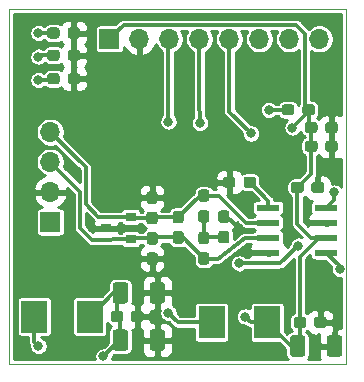
<source format=gbr>
%TF.GenerationSoftware,KiCad,Pcbnew,(5.1.6)-1*%
%TF.CreationDate,2021-09-30T15:23:07+02:00*%
%TF.ProjectId,Board,426f6172-642e-46b6-9963-61645f706362,rev?*%
%TF.SameCoordinates,PX367e320PY64168f0*%
%TF.FileFunction,Copper,L2,Bot*%
%TF.FilePolarity,Positive*%
%FSLAX46Y46*%
G04 Gerber Fmt 4.6, Leading zero omitted, Abs format (unit mm)*
G04 Created by KiCad (PCBNEW (5.1.6)-1) date 2021-09-30 15:23:07*
%MOMM*%
%LPD*%
G01*
G04 APERTURE LIST*
%TA.AperFunction,Profile*%
%ADD10C,0.050000*%
%TD*%
%TA.AperFunction,SMDPad,CuDef*%
%ADD11R,2.200000X2.750000*%
%TD*%
%TA.AperFunction,SMDPad,CuDef*%
%ADD12R,1.981200X0.558800*%
%TD*%
%TA.AperFunction,SMDPad,CuDef*%
%ADD13R,0.900000X0.800000*%
%TD*%
%TA.AperFunction,ComponentPad*%
%ADD14R,1.700000X1.700000*%
%TD*%
%TA.AperFunction,ComponentPad*%
%ADD15O,1.700000X1.700000*%
%TD*%
%TA.AperFunction,ViaPad*%
%ADD16C,0.800000*%
%TD*%
%TA.AperFunction,Conductor*%
%ADD17C,0.300000*%
%TD*%
%TA.AperFunction,Conductor*%
%ADD18C,0.254000*%
%TD*%
G04 APERTURE END LIST*
D10*
X28500000Y0D02*
X0Y0D01*
X28500000Y30000000D02*
X28500000Y0D01*
X0Y30000000D02*
X28500000Y30000000D01*
X0Y0D02*
X0Y30000000D01*
%TA.AperFunction,SMDPad,CuDef*%
G36*
G01*
X25600000Y14682500D02*
X25600000Y15157500D01*
G75*
G02*
X25837500Y15395000I237500J0D01*
G01*
X26437500Y15395000D01*
G75*
G02*
X26675000Y15157500I0J-237500D01*
G01*
X26675000Y14682500D01*
G75*
G02*
X26437500Y14445000I-237500J0D01*
G01*
X25837500Y14445000D01*
G75*
G02*
X25600000Y14682500I0J237500D01*
G01*
G37*
%TD.AperFunction*%
%TA.AperFunction,SMDPad,CuDef*%
G36*
G01*
X23875000Y14682500D02*
X23875000Y15157500D01*
G75*
G02*
X24112500Y15395000I237500J0D01*
G01*
X24712500Y15395000D01*
G75*
G02*
X24950000Y15157500I0J-237500D01*
G01*
X24950000Y14682500D01*
G75*
G02*
X24712500Y14445000I-237500J0D01*
G01*
X24112500Y14445000D01*
G75*
G02*
X23875000Y14682500I0J237500D01*
G01*
G37*
%TD.AperFunction*%
D11*
X21850000Y3500000D03*
X17150000Y3500000D03*
X6850000Y4000000D03*
X2150000Y4000000D03*
%TA.AperFunction,SMDPad,CuDef*%
G36*
G01*
X26125000Y20237500D02*
X26125000Y19762500D01*
G75*
G02*
X25887500Y19525000I-237500J0D01*
G01*
X25287500Y19525000D01*
G75*
G02*
X25050000Y19762500I0J237500D01*
G01*
X25050000Y20237500D01*
G75*
G02*
X25287500Y20475000I237500J0D01*
G01*
X25887500Y20475000D01*
G75*
G02*
X26125000Y20237500I0J-237500D01*
G01*
G37*
%TD.AperFunction*%
%TA.AperFunction,SMDPad,CuDef*%
G36*
G01*
X27850000Y20237500D02*
X27850000Y19762500D01*
G75*
G02*
X27612500Y19525000I-237500J0D01*
G01*
X27012500Y19525000D01*
G75*
G02*
X26775000Y19762500I0J237500D01*
G01*
X26775000Y20237500D01*
G75*
G02*
X27012500Y20475000I237500J0D01*
G01*
X27612500Y20475000D01*
G75*
G02*
X27850000Y20237500I0J-237500D01*
G01*
G37*
%TD.AperFunction*%
%TA.AperFunction,SMDPad,CuDef*%
G36*
G01*
X26125000Y18647500D02*
X26125000Y18172500D01*
G75*
G02*
X25887500Y17935000I-237500J0D01*
G01*
X25287500Y17935000D01*
G75*
G02*
X25050000Y18172500I0J237500D01*
G01*
X25050000Y18647500D01*
G75*
G02*
X25287500Y18885000I237500J0D01*
G01*
X25887500Y18885000D01*
G75*
G02*
X26125000Y18647500I0J-237500D01*
G01*
G37*
%TD.AperFunction*%
%TA.AperFunction,SMDPad,CuDef*%
G36*
G01*
X27850000Y18647500D02*
X27850000Y18172500D01*
G75*
G02*
X27612500Y17935000I-237500J0D01*
G01*
X27012500Y17935000D01*
G75*
G02*
X26775000Y18172500I0J237500D01*
G01*
X26775000Y18647500D01*
G75*
G02*
X27012500Y18885000I237500J0D01*
G01*
X27612500Y18885000D01*
G75*
G02*
X27850000Y18647500I0J-237500D01*
G01*
G37*
%TD.AperFunction*%
%TA.AperFunction,SMDPad,CuDef*%
G36*
G01*
X25825000Y3262500D02*
X25825000Y3737500D01*
G75*
G02*
X26062500Y3975000I237500J0D01*
G01*
X26662500Y3975000D01*
G75*
G02*
X26900000Y3737500I0J-237500D01*
G01*
X26900000Y3262500D01*
G75*
G02*
X26662500Y3025000I-237500J0D01*
G01*
X26062500Y3025000D01*
G75*
G02*
X25825000Y3262500I0J237500D01*
G01*
G37*
%TD.AperFunction*%
%TA.AperFunction,SMDPad,CuDef*%
G36*
G01*
X24100000Y3262500D02*
X24100000Y3737500D01*
G75*
G02*
X24337500Y3975000I237500J0D01*
G01*
X24937500Y3975000D01*
G75*
G02*
X25175000Y3737500I0J-237500D01*
G01*
X25175000Y3262500D01*
G75*
G02*
X24937500Y3025000I-237500J0D01*
G01*
X24337500Y3025000D01*
G75*
G02*
X24100000Y3262500I0J237500D01*
G01*
G37*
%TD.AperFunction*%
%TA.AperFunction,SMDPad,CuDef*%
G36*
G01*
X10325000Y3762500D02*
X10325000Y4237500D01*
G75*
G02*
X10562500Y4475000I237500J0D01*
G01*
X11162500Y4475000D01*
G75*
G02*
X11400000Y4237500I0J-237500D01*
G01*
X11400000Y3762500D01*
G75*
G02*
X11162500Y3525000I-237500J0D01*
G01*
X10562500Y3525000D01*
G75*
G02*
X10325000Y3762500I0J237500D01*
G01*
G37*
%TD.AperFunction*%
%TA.AperFunction,SMDPad,CuDef*%
G36*
G01*
X8600000Y3762500D02*
X8600000Y4237500D01*
G75*
G02*
X8837500Y4475000I237500J0D01*
G01*
X9437500Y4475000D01*
G75*
G02*
X9675000Y4237500I0J-237500D01*
G01*
X9675000Y3762500D01*
G75*
G02*
X9437500Y3525000I-237500J0D01*
G01*
X8837500Y3525000D01*
G75*
G02*
X8600000Y3762500I0J237500D01*
G01*
G37*
%TD.AperFunction*%
%TA.AperFunction,SMDPad,CuDef*%
G36*
G01*
X18417500Y11912500D02*
X17942500Y11912500D01*
G75*
G02*
X17705000Y12150000I0J237500D01*
G01*
X17705000Y12750000D01*
G75*
G02*
X17942500Y12987500I237500J0D01*
G01*
X18417500Y12987500D01*
G75*
G02*
X18655000Y12750000I0J-237500D01*
G01*
X18655000Y12150000D01*
G75*
G02*
X18417500Y11912500I-237500J0D01*
G01*
G37*
%TD.AperFunction*%
%TA.AperFunction,SMDPad,CuDef*%
G36*
G01*
X18417500Y10187500D02*
X17942500Y10187500D01*
G75*
G02*
X17705000Y10425000I0J237500D01*
G01*
X17705000Y11025000D01*
G75*
G02*
X17942500Y11262500I237500J0D01*
G01*
X18417500Y11262500D01*
G75*
G02*
X18655000Y11025000I0J-237500D01*
G01*
X18655000Y10425000D01*
G75*
G02*
X18417500Y10187500I-237500J0D01*
G01*
G37*
%TD.AperFunction*%
%TA.AperFunction,SMDPad,CuDef*%
G36*
G01*
X14092500Y11229000D02*
X14567500Y11229000D01*
G75*
G02*
X14805000Y10991500I0J-237500D01*
G01*
X14805000Y10391500D01*
G75*
G02*
X14567500Y10154000I-237500J0D01*
G01*
X14092500Y10154000D01*
G75*
G02*
X13855000Y10391500I0J237500D01*
G01*
X13855000Y10991500D01*
G75*
G02*
X14092500Y11229000I237500J0D01*
G01*
G37*
%TD.AperFunction*%
%TA.AperFunction,SMDPad,CuDef*%
G36*
G01*
X14092500Y12954000D02*
X14567500Y12954000D01*
G75*
G02*
X14805000Y12716500I0J-237500D01*
G01*
X14805000Y12116500D01*
G75*
G02*
X14567500Y11879000I-237500J0D01*
G01*
X14092500Y11879000D01*
G75*
G02*
X13855000Y12116500I0J237500D01*
G01*
X13855000Y12716500D01*
G75*
G02*
X14092500Y12954000I237500J0D01*
G01*
G37*
%TD.AperFunction*%
%TA.AperFunction,SMDPad,CuDef*%
G36*
G01*
X12367500Y10075000D02*
X11892500Y10075000D01*
G75*
G02*
X11655000Y10312500I0J237500D01*
G01*
X11655000Y10912500D01*
G75*
G02*
X11892500Y11150000I237500J0D01*
G01*
X12367500Y11150000D01*
G75*
G02*
X12605000Y10912500I0J-237500D01*
G01*
X12605000Y10312500D01*
G75*
G02*
X12367500Y10075000I-237500J0D01*
G01*
G37*
%TD.AperFunction*%
%TA.AperFunction,SMDPad,CuDef*%
G36*
G01*
X12367500Y8350000D02*
X11892500Y8350000D01*
G75*
G02*
X11655000Y8587500I0J237500D01*
G01*
X11655000Y9187500D01*
G75*
G02*
X11892500Y9425000I237500J0D01*
G01*
X12367500Y9425000D01*
G75*
G02*
X12605000Y9187500I0J-237500D01*
G01*
X12605000Y8587500D01*
G75*
G02*
X12367500Y8350000I-237500J0D01*
G01*
G37*
%TD.AperFunction*%
%TA.AperFunction,SMDPad,CuDef*%
G36*
G01*
X12347500Y13525000D02*
X11872500Y13525000D01*
G75*
G02*
X11635000Y13762500I0J237500D01*
G01*
X11635000Y14362500D01*
G75*
G02*
X11872500Y14600000I237500J0D01*
G01*
X12347500Y14600000D01*
G75*
G02*
X12585000Y14362500I0J-237500D01*
G01*
X12585000Y13762500D01*
G75*
G02*
X12347500Y13525000I-237500J0D01*
G01*
G37*
%TD.AperFunction*%
%TA.AperFunction,SMDPad,CuDef*%
G36*
G01*
X12347500Y11800000D02*
X11872500Y11800000D01*
G75*
G02*
X11635000Y12037500I0J237500D01*
G01*
X11635000Y12637500D01*
G75*
G02*
X11872500Y12875000I237500J0D01*
G01*
X12347500Y12875000D01*
G75*
G02*
X12585000Y12637500I0J-237500D01*
G01*
X12585000Y12037500D01*
G75*
G02*
X12347500Y11800000I-237500J0D01*
G01*
G37*
%TD.AperFunction*%
%TA.AperFunction,SMDPad,CuDef*%
G36*
G01*
X11900000Y5349998D02*
X11900000Y6650002D01*
G75*
G02*
X12149998Y6900000I249998J0D01*
G01*
X12975002Y6900000D01*
G75*
G02*
X13225000Y6650002I0J-249998D01*
G01*
X13225000Y5349998D01*
G75*
G02*
X12975002Y5100000I-249998J0D01*
G01*
X12149998Y5100000D01*
G75*
G02*
X11900000Y5349998I0J249998D01*
G01*
G37*
%TD.AperFunction*%
%TA.AperFunction,SMDPad,CuDef*%
G36*
G01*
X8775000Y5349998D02*
X8775000Y6650002D01*
G75*
G02*
X9024998Y6900000I249998J0D01*
G01*
X9850002Y6900000D01*
G75*
G02*
X10100000Y6650002I0J-249998D01*
G01*
X10100000Y5349998D01*
G75*
G02*
X9850002Y5100000I-249998J0D01*
G01*
X9024998Y5100000D01*
G75*
G02*
X8775000Y5349998I0J249998D01*
G01*
G37*
%TD.AperFunction*%
%TA.AperFunction,SMDPad,CuDef*%
G36*
G01*
X26900000Y849998D02*
X26900000Y2150002D01*
G75*
G02*
X27149998Y2400000I249998J0D01*
G01*
X27975002Y2400000D01*
G75*
G02*
X28225000Y2150002I0J-249998D01*
G01*
X28225000Y849998D01*
G75*
G02*
X27975002Y600000I-249998J0D01*
G01*
X27149998Y600000D01*
G75*
G02*
X26900000Y849998I0J249998D01*
G01*
G37*
%TD.AperFunction*%
%TA.AperFunction,SMDPad,CuDef*%
G36*
G01*
X23775000Y849998D02*
X23775000Y2150002D01*
G75*
G02*
X24024998Y2400000I249998J0D01*
G01*
X24850002Y2400000D01*
G75*
G02*
X25100000Y2150002I0J-249998D01*
G01*
X25100000Y849998D01*
G75*
G02*
X24850002Y600000I-249998J0D01*
G01*
X24024998Y600000D01*
G75*
G02*
X23775000Y849998I0J249998D01*
G01*
G37*
%TD.AperFunction*%
%TA.AperFunction,SMDPad,CuDef*%
G36*
G01*
X11900000Y1349998D02*
X11900000Y2650002D01*
G75*
G02*
X12149998Y2900000I249998J0D01*
G01*
X12975002Y2900000D01*
G75*
G02*
X13225000Y2650002I0J-249998D01*
G01*
X13225000Y1349998D01*
G75*
G02*
X12975002Y1100000I-249998J0D01*
G01*
X12149998Y1100000D01*
G75*
G02*
X11900000Y1349998I0J249998D01*
G01*
G37*
%TD.AperFunction*%
%TA.AperFunction,SMDPad,CuDef*%
G36*
G01*
X8775000Y1349998D02*
X8775000Y2650002D01*
G75*
G02*
X9024998Y2900000I249998J0D01*
G01*
X9850002Y2900000D01*
G75*
G02*
X10100000Y2650002I0J-249998D01*
G01*
X10100000Y1349998D01*
G75*
G02*
X9850002Y1100000I-249998J0D01*
G01*
X9024998Y1100000D01*
G75*
G02*
X8775000Y1349998I0J249998D01*
G01*
G37*
%TD.AperFunction*%
D12*
X26877600Y13205000D03*
X26877600Y11935000D03*
X26877600Y10665000D03*
X26877600Y9395000D03*
X21950000Y9395000D03*
X21950000Y10665000D03*
X21950000Y11935000D03*
X21950000Y13205000D03*
D13*
X10310000Y12440000D03*
X10310000Y10540000D03*
X8210000Y11490000D03*
%TA.AperFunction,SMDPad,CuDef*%
G36*
G01*
X24150000Y21737500D02*
X24150000Y21262500D01*
G75*
G02*
X23912500Y21025000I-237500J0D01*
G01*
X23337500Y21025000D01*
G75*
G02*
X23100000Y21262500I0J237500D01*
G01*
X23100000Y21737500D01*
G75*
G02*
X23337500Y21975000I237500J0D01*
G01*
X23912500Y21975000D01*
G75*
G02*
X24150000Y21737500I0J-237500D01*
G01*
G37*
%TD.AperFunction*%
%TA.AperFunction,SMDPad,CuDef*%
G36*
G01*
X25900000Y21737500D02*
X25900000Y21262500D01*
G75*
G02*
X25662500Y21025000I-237500J0D01*
G01*
X25087500Y21025000D01*
G75*
G02*
X24850000Y21262500I0J237500D01*
G01*
X24850000Y21737500D01*
G75*
G02*
X25087500Y21975000I237500J0D01*
G01*
X25662500Y21975000D01*
G75*
G02*
X25900000Y21737500I0J-237500D01*
G01*
G37*
%TD.AperFunction*%
%TA.AperFunction,SMDPad,CuDef*%
G36*
G01*
X16251500Y13005500D02*
X16726500Y13005500D01*
G75*
G02*
X16964000Y12768000I0J-237500D01*
G01*
X16964000Y12193000D01*
G75*
G02*
X16726500Y11955500I-237500J0D01*
G01*
X16251500Y11955500D01*
G75*
G02*
X16014000Y12193000I0J237500D01*
G01*
X16014000Y12768000D01*
G75*
G02*
X16251500Y13005500I237500J0D01*
G01*
G37*
%TD.AperFunction*%
%TA.AperFunction,SMDPad,CuDef*%
G36*
G01*
X16251500Y14755500D02*
X16726500Y14755500D01*
G75*
G02*
X16964000Y14518000I0J-237500D01*
G01*
X16964000Y13943000D01*
G75*
G02*
X16726500Y13705500I-237500J0D01*
G01*
X16251500Y13705500D01*
G75*
G02*
X16014000Y13943000I0J237500D01*
G01*
X16014000Y14518000D01*
G75*
G02*
X16251500Y14755500I237500J0D01*
G01*
G37*
%TD.AperFunction*%
%TA.AperFunction,SMDPad,CuDef*%
G36*
G01*
X16251500Y11176000D02*
X16726500Y11176000D01*
G75*
G02*
X16964000Y10938500I0J-237500D01*
G01*
X16964000Y10363500D01*
G75*
G02*
X16726500Y10126000I-237500J0D01*
G01*
X16251500Y10126000D01*
G75*
G02*
X16014000Y10363500I0J237500D01*
G01*
X16014000Y10938500D01*
G75*
G02*
X16251500Y11176000I237500J0D01*
G01*
G37*
%TD.AperFunction*%
%TA.AperFunction,SMDPad,CuDef*%
G36*
G01*
X16251500Y9426000D02*
X16726500Y9426000D01*
G75*
G02*
X16964000Y9188500I0J-237500D01*
G01*
X16964000Y8613500D01*
G75*
G02*
X16726500Y8376000I-237500J0D01*
G01*
X16251500Y8376000D01*
G75*
G02*
X16014000Y8613500I0J237500D01*
G01*
X16014000Y9188500D01*
G75*
G02*
X16251500Y9426000I237500J0D01*
G01*
G37*
%TD.AperFunction*%
%TA.AperFunction,SMDPad,CuDef*%
G36*
G01*
X4980000Y23892500D02*
X4980000Y24367500D01*
G75*
G02*
X5217500Y24605000I237500J0D01*
G01*
X5792500Y24605000D01*
G75*
G02*
X6030000Y24367500I0J-237500D01*
G01*
X6030000Y23892500D01*
G75*
G02*
X5792500Y23655000I-237500J0D01*
G01*
X5217500Y23655000D01*
G75*
G02*
X4980000Y23892500I0J237500D01*
G01*
G37*
%TD.AperFunction*%
%TA.AperFunction,SMDPad,CuDef*%
G36*
G01*
X3230000Y23892500D02*
X3230000Y24367500D01*
G75*
G02*
X3467500Y24605000I237500J0D01*
G01*
X4042500Y24605000D01*
G75*
G02*
X4280000Y24367500I0J-237500D01*
G01*
X4280000Y23892500D01*
G75*
G02*
X4042500Y23655000I-237500J0D01*
G01*
X3467500Y23655000D01*
G75*
G02*
X3230000Y23892500I0J237500D01*
G01*
G37*
%TD.AperFunction*%
%TA.AperFunction,SMDPad,CuDef*%
G36*
G01*
X3230000Y25882500D02*
X3230000Y26357500D01*
G75*
G02*
X3467500Y26595000I237500J0D01*
G01*
X4042500Y26595000D01*
G75*
G02*
X4280000Y26357500I0J-237500D01*
G01*
X4280000Y25882500D01*
G75*
G02*
X4042500Y25645000I-237500J0D01*
G01*
X3467500Y25645000D01*
G75*
G02*
X3230000Y25882500I0J237500D01*
G01*
G37*
%TD.AperFunction*%
%TA.AperFunction,SMDPad,CuDef*%
G36*
G01*
X4980000Y25882500D02*
X4980000Y26357500D01*
G75*
G02*
X5217500Y26595000I237500J0D01*
G01*
X5792500Y26595000D01*
G75*
G02*
X6030000Y26357500I0J-237500D01*
G01*
X6030000Y25882500D01*
G75*
G02*
X5792500Y25645000I-237500J0D01*
G01*
X5217500Y25645000D01*
G75*
G02*
X4980000Y25882500I0J237500D01*
G01*
G37*
%TD.AperFunction*%
%TA.AperFunction,SMDPad,CuDef*%
G36*
G01*
X4980000Y27762500D02*
X4980000Y28237500D01*
G75*
G02*
X5217500Y28475000I237500J0D01*
G01*
X5792500Y28475000D01*
G75*
G02*
X6030000Y28237500I0J-237500D01*
G01*
X6030000Y27762500D01*
G75*
G02*
X5792500Y27525000I-237500J0D01*
G01*
X5217500Y27525000D01*
G75*
G02*
X4980000Y27762500I0J237500D01*
G01*
G37*
%TD.AperFunction*%
%TA.AperFunction,SMDPad,CuDef*%
G36*
G01*
X3230000Y27762500D02*
X3230000Y28237500D01*
G75*
G02*
X3467500Y28475000I237500J0D01*
G01*
X4042500Y28475000D01*
G75*
G02*
X4280000Y28237500I0J-237500D01*
G01*
X4280000Y27762500D01*
G75*
G02*
X4042500Y27525000I-237500J0D01*
G01*
X3467500Y27525000D01*
G75*
G02*
X3230000Y27762500I0J237500D01*
G01*
G37*
%TD.AperFunction*%
%TA.AperFunction,SMDPad,CuDef*%
G36*
G01*
X19163500Y15601500D02*
X19163500Y15126500D01*
G75*
G02*
X18926000Y14889000I-237500J0D01*
G01*
X18351000Y14889000D01*
G75*
G02*
X18113500Y15126500I0J237500D01*
G01*
X18113500Y15601500D01*
G75*
G02*
X18351000Y15839000I237500J0D01*
G01*
X18926000Y15839000D01*
G75*
G02*
X19163500Y15601500I0J-237500D01*
G01*
G37*
%TD.AperFunction*%
%TA.AperFunction,SMDPad,CuDef*%
G36*
G01*
X20913500Y15601500D02*
X20913500Y15126500D01*
G75*
G02*
X20676000Y14889000I-237500J0D01*
G01*
X20101000Y14889000D01*
G75*
G02*
X19863500Y15126500I0J237500D01*
G01*
X19863500Y15601500D01*
G75*
G02*
X20101000Y15839000I237500J0D01*
G01*
X20676000Y15839000D01*
G75*
G02*
X20913500Y15601500I0J-237500D01*
G01*
G37*
%TD.AperFunction*%
D14*
X8500000Y27500000D03*
D15*
X11040000Y27500000D03*
X13580000Y27500000D03*
X16120000Y27500000D03*
X18660000Y27500000D03*
X21200000Y27500000D03*
X23740000Y27500000D03*
X26280000Y27500000D03*
D14*
X3500000Y12000000D03*
D15*
X3500000Y14540000D03*
X3500000Y17080000D03*
X3500000Y19620000D03*
D16*
X19468852Y11468852D03*
X7030331Y11530331D03*
X19500000Y8500000D03*
X24500000Y10000000D03*
X27500000Y14500000D03*
X28000000Y8000000D03*
X2500000Y26000000D03*
X2500000Y28000000D03*
X24000000Y20000000D03*
X20000000Y4000000D03*
X2500000Y24000000D03*
X13500000Y4300002D03*
X2500000Y1500000D03*
X8000000Y625000D03*
X16150000Y20375000D03*
X20500000Y19500000D03*
X13500000Y20500000D03*
X22000000Y21500000D03*
D17*
X18180000Y12450000D02*
X18487704Y12450000D01*
X18487704Y12450000D02*
X19468852Y11468852D01*
X8210000Y11490000D02*
X7070662Y11490000D01*
X7070662Y11490000D02*
X7030331Y11530331D01*
X24455002Y10000000D02*
X24500000Y10000000D01*
X19500000Y8500000D02*
X22955002Y8500000D01*
X22955002Y8500000D02*
X24455002Y10000000D01*
X27500000Y13827400D02*
X26877600Y13205000D01*
X27500000Y14500000D02*
X27500000Y13827400D01*
X28000000Y8272600D02*
X26877600Y9395000D01*
X28000000Y8000000D02*
X28000000Y8272600D01*
X17767866Y14230500D02*
X16489000Y14230500D01*
X20063366Y11935000D02*
X17767866Y14230500D01*
X21950000Y11935000D02*
X20063366Y11935000D01*
X16144000Y14230500D02*
X14330000Y12416500D01*
X16489000Y14230500D02*
X16144000Y14230500D01*
X12189000Y12416500D02*
X12110000Y12337500D01*
X14330000Y12416500D02*
X12189000Y12416500D01*
X10412500Y12337500D02*
X10310000Y12440000D01*
X12110000Y12337500D02*
X10412500Y12337500D01*
X10310000Y12440000D02*
X7560000Y12440000D01*
X7560000Y12440000D02*
X6500000Y13500000D01*
X6500000Y16620000D02*
X3500000Y19620000D01*
X6500000Y13500000D02*
X6500000Y16620000D01*
X12209000Y10691500D02*
X12130000Y10612500D01*
X14330000Y10691500D02*
X12209000Y10691500D01*
X10382500Y10612500D02*
X10310000Y10540000D01*
X12130000Y10612500D02*
X10382500Y10612500D01*
X14698500Y10691500D02*
X16489000Y8901000D01*
X14330000Y10691500D02*
X14698500Y10691500D01*
X17724366Y8901000D02*
X16489000Y8901000D01*
X21950000Y10665000D02*
X20000000Y10665000D01*
X20000000Y10665000D02*
X17724366Y8901000D01*
X6000000Y14580000D02*
X3500000Y17080000D01*
X10310000Y10540000D02*
X7000000Y10500000D01*
X6000000Y11500000D02*
X6000000Y14580000D01*
X7000000Y10500000D02*
X6000000Y11500000D01*
X3755000Y26120000D02*
X2620000Y26120000D01*
X2620000Y26120000D02*
X2500000Y26000000D01*
X2500000Y28000000D02*
X3755000Y28000000D01*
X24412500Y11839500D02*
X24412500Y14920000D01*
X25587000Y10665000D02*
X24412500Y11839500D01*
X26877600Y10665000D02*
X25587000Y10665000D01*
X25587500Y16095000D02*
X24412500Y14920000D01*
X25587500Y18410000D02*
X25587500Y16095000D01*
X25587500Y18410000D02*
X25587500Y19850000D01*
X25375000Y20062500D02*
X25587500Y19850000D01*
X25375000Y21500000D02*
X25375000Y20062500D01*
X25375000Y21500000D02*
X25375000Y21375000D01*
X25375000Y21375000D02*
X24000000Y20000000D01*
X24637500Y2200000D02*
X23937500Y1500000D01*
X24637500Y3500000D02*
X24637500Y2200000D01*
X23850000Y1500000D02*
X21850000Y3500000D01*
X23937500Y1500000D02*
X23850000Y1500000D01*
X25079999Y21795001D02*
X25375000Y21500000D01*
X24316001Y28700001D02*
X25079999Y27936003D01*
X25079999Y27936003D02*
X25079999Y21795001D01*
X9700001Y28700001D02*
X24316001Y28700001D01*
X8500000Y27500000D02*
X9700001Y28700001D01*
X26247598Y10665000D02*
X26877600Y10665000D01*
X24637500Y9054902D02*
X26247598Y10665000D01*
X24637500Y3500000D02*
X24637500Y9054902D01*
X21850000Y3500000D02*
X20500000Y3500000D01*
X20500000Y3500000D02*
X20000000Y4000000D01*
X3625000Y24000000D02*
X3755000Y24130000D01*
X2500000Y24000000D02*
X3625000Y24000000D01*
X16563000Y10725000D02*
X16489000Y10651000D01*
X18180000Y10725000D02*
X16563000Y10725000D01*
X16489000Y10651000D02*
X16489000Y12480500D01*
X14300002Y3500000D02*
X17150000Y3500000D01*
X13500000Y4300002D02*
X14300002Y3500000D01*
X2150000Y4000000D02*
X2150000Y1850000D01*
X2150000Y1850000D02*
X2500000Y1500000D01*
X9437500Y3700000D02*
X9137500Y4000000D01*
X9437500Y2000000D02*
X9437500Y3700000D01*
X9137500Y5700000D02*
X9437500Y6000000D01*
X9137500Y4000000D02*
X9137500Y5700000D01*
X8850000Y6000000D02*
X6850000Y4000000D01*
X9437500Y6000000D02*
X8850000Y6000000D01*
X9437500Y2000000D02*
X9375000Y2000000D01*
X9375000Y2000000D02*
X8000000Y625000D01*
X21950000Y13802500D02*
X20388500Y15364000D01*
X21950000Y13205000D02*
X21950000Y13802500D01*
X16120000Y22380000D02*
X16120000Y27500000D01*
X16150000Y20375000D02*
X16120000Y22380000D01*
X18660000Y27500000D02*
X18660000Y21340000D01*
X18660000Y21340000D02*
X20500000Y19500000D01*
X13500000Y27420000D02*
X13580000Y27500000D01*
X13500000Y20500000D02*
X13500000Y27420000D01*
X22000000Y21500000D02*
X23625000Y21500000D01*
D18*
G36*
X25508176Y9115600D02*
G01*
X25515455Y9041695D01*
X25537012Y8970630D01*
X25572019Y8905137D01*
X25619131Y8847731D01*
X25676537Y8800619D01*
X25742030Y8765612D01*
X25813095Y8744055D01*
X25887000Y8736776D01*
X26790535Y8736776D01*
X27266862Y8260449D01*
X27252859Y8226643D01*
X27223000Y8076528D01*
X27223000Y7923472D01*
X27252859Y7773357D01*
X27311431Y7631952D01*
X27396464Y7504691D01*
X27504691Y7396464D01*
X27631952Y7311431D01*
X27773357Y7252859D01*
X27923472Y7223000D01*
X28076528Y7223000D01*
X28098001Y7227271D01*
X28098001Y3037036D01*
X27848250Y3035000D01*
X27689500Y2876250D01*
X27689500Y1627000D01*
X27709500Y1627000D01*
X27709500Y1373000D01*
X27689500Y1373000D01*
X27689500Y1353000D01*
X27435500Y1353000D01*
X27435500Y1373000D01*
X26423750Y1373000D01*
X26265000Y1214250D01*
X26261928Y600000D01*
X26274188Y475518D01*
X26296489Y402000D01*
X25290559Y402000D01*
X25294646Y405354D01*
X25372848Y500643D01*
X25430958Y609358D01*
X25466741Y727321D01*
X25478824Y849998D01*
X25478824Y2150002D01*
X25466741Y2272679D01*
X25430958Y2390642D01*
X25372848Y2499357D01*
X25294646Y2594646D01*
X25199357Y2672848D01*
X25165784Y2690794D01*
X25173357Y2693091D01*
X25258162Y2738420D01*
X25294463Y2670506D01*
X25373815Y2573815D01*
X25470506Y2494463D01*
X25580820Y2435498D01*
X25700518Y2399188D01*
X25825000Y2386928D01*
X26076750Y2390000D01*
X26235498Y2548748D01*
X26235498Y2390000D01*
X26261978Y2390000D01*
X26265000Y1785750D01*
X26423750Y1627000D01*
X27435500Y1627000D01*
X27435500Y2679791D01*
X27489502Y2780820D01*
X27525812Y2900518D01*
X27538072Y3025000D01*
X27535000Y3214250D01*
X27376250Y3373000D01*
X26489500Y3373000D01*
X26489500Y3353000D01*
X26235500Y3353000D01*
X26235500Y3373000D01*
X26215500Y3373000D01*
X26215500Y3627000D01*
X26235500Y3627000D01*
X26235500Y4451250D01*
X26489500Y4451250D01*
X26489500Y3627000D01*
X27376250Y3627000D01*
X27535000Y3785750D01*
X27538072Y3975000D01*
X27525812Y4099482D01*
X27489502Y4219180D01*
X27430537Y4329494D01*
X27351185Y4426185D01*
X27254494Y4505537D01*
X27144180Y4564502D01*
X27024482Y4600812D01*
X26900000Y4613072D01*
X26648250Y4610000D01*
X26489500Y4451250D01*
X26235500Y4451250D01*
X26076750Y4610000D01*
X25825000Y4613072D01*
X25700518Y4600812D01*
X25580820Y4564502D01*
X25470506Y4505537D01*
X25373815Y4426185D01*
X25294463Y4329494D01*
X25258162Y4261580D01*
X25173357Y4306909D01*
X25164500Y4309596D01*
X25164500Y8836613D01*
X25508176Y9180289D01*
X25508176Y9115600D01*
G37*
X25508176Y9115600D02*
X25515455Y9041695D01*
X25537012Y8970630D01*
X25572019Y8905137D01*
X25619131Y8847731D01*
X25676537Y8800619D01*
X25742030Y8765612D01*
X25813095Y8744055D01*
X25887000Y8736776D01*
X26790535Y8736776D01*
X27266862Y8260449D01*
X27252859Y8226643D01*
X27223000Y8076528D01*
X27223000Y7923472D01*
X27252859Y7773357D01*
X27311431Y7631952D01*
X27396464Y7504691D01*
X27504691Y7396464D01*
X27631952Y7311431D01*
X27773357Y7252859D01*
X27923472Y7223000D01*
X28076528Y7223000D01*
X28098001Y7227271D01*
X28098001Y3037036D01*
X27848250Y3035000D01*
X27689500Y2876250D01*
X27689500Y1627000D01*
X27709500Y1627000D01*
X27709500Y1373000D01*
X27689500Y1373000D01*
X27689500Y1353000D01*
X27435500Y1353000D01*
X27435500Y1373000D01*
X26423750Y1373000D01*
X26265000Y1214250D01*
X26261928Y600000D01*
X26274188Y475518D01*
X26296489Y402000D01*
X25290559Y402000D01*
X25294646Y405354D01*
X25372848Y500643D01*
X25430958Y609358D01*
X25466741Y727321D01*
X25478824Y849998D01*
X25478824Y2150002D01*
X25466741Y2272679D01*
X25430958Y2390642D01*
X25372848Y2499357D01*
X25294646Y2594646D01*
X25199357Y2672848D01*
X25165784Y2690794D01*
X25173357Y2693091D01*
X25258162Y2738420D01*
X25294463Y2670506D01*
X25373815Y2573815D01*
X25470506Y2494463D01*
X25580820Y2435498D01*
X25700518Y2399188D01*
X25825000Y2386928D01*
X26076750Y2390000D01*
X26235498Y2548748D01*
X26235498Y2390000D01*
X26261978Y2390000D01*
X26265000Y1785750D01*
X26423750Y1627000D01*
X27435500Y1627000D01*
X27435500Y2679791D01*
X27489502Y2780820D01*
X27525812Y2900518D01*
X27538072Y3025000D01*
X27535000Y3214250D01*
X27376250Y3373000D01*
X26489500Y3373000D01*
X26489500Y3353000D01*
X26235500Y3353000D01*
X26235500Y3373000D01*
X26215500Y3373000D01*
X26215500Y3627000D01*
X26235500Y3627000D01*
X26235500Y4451250D01*
X26489500Y4451250D01*
X26489500Y3627000D01*
X27376250Y3627000D01*
X27535000Y3785750D01*
X27538072Y3975000D01*
X27525812Y4099482D01*
X27489502Y4219180D01*
X27430537Y4329494D01*
X27351185Y4426185D01*
X27254494Y4505537D01*
X27144180Y4564502D01*
X27024482Y4600812D01*
X26900000Y4613072D01*
X26648250Y4610000D01*
X26489500Y4451250D01*
X26235500Y4451250D01*
X26076750Y4610000D01*
X25825000Y4613072D01*
X25700518Y4600812D01*
X25580820Y4564502D01*
X25470506Y4505537D01*
X25373815Y4426185D01*
X25294463Y4329494D01*
X25258162Y4261580D01*
X25173357Y4306909D01*
X25164500Y4309596D01*
X25164500Y8836613D01*
X25508176Y9180289D01*
X25508176Y9115600D01*
G36*
X28098000Y21062460D02*
G01*
X28094180Y21064502D01*
X27974482Y21100812D01*
X27850000Y21113072D01*
X27598250Y21110000D01*
X27439500Y20951250D01*
X27439500Y20127000D01*
X27459500Y20127000D01*
X27459500Y19873000D01*
X27439500Y19873000D01*
X27439500Y18537000D01*
X27459500Y18537000D01*
X27459500Y18283000D01*
X27439500Y18283000D01*
X27439500Y17458750D01*
X27598250Y17300000D01*
X27850000Y17296928D01*
X27974482Y17309188D01*
X28094180Y17345498D01*
X28098000Y17347540D01*
X28098000Y15000845D01*
X27995309Y15103536D01*
X27868048Y15188569D01*
X27726643Y15247141D01*
X27576528Y15277000D01*
X27423472Y15277000D01*
X27310793Y15254587D01*
X27313072Y15395000D01*
X27300812Y15519482D01*
X27264502Y15639180D01*
X27205537Y15749494D01*
X27126185Y15846185D01*
X27029494Y15925537D01*
X26919180Y15984502D01*
X26799482Y16020812D01*
X26675000Y16033072D01*
X26423250Y16030000D01*
X26264500Y15871250D01*
X26264500Y15047000D01*
X26284500Y15047000D01*
X26284500Y14793000D01*
X26264500Y14793000D01*
X26264500Y14773000D01*
X26010500Y14773000D01*
X26010500Y14793000D01*
X25990500Y14793000D01*
X25990500Y15047000D01*
X26010500Y15047000D01*
X26010500Y15779713D01*
X26027804Y15800798D01*
X26076739Y15892350D01*
X26106874Y15991690D01*
X26114500Y16069119D01*
X26117049Y16095000D01*
X26114500Y16120881D01*
X26114500Y17600404D01*
X26123357Y17603091D01*
X26208162Y17648420D01*
X26244463Y17580506D01*
X26323815Y17483815D01*
X26420506Y17404463D01*
X26530820Y17345498D01*
X26650518Y17309188D01*
X26775000Y17296928D01*
X27026750Y17300000D01*
X27185500Y17458750D01*
X27185500Y18283000D01*
X27165500Y18283000D01*
X27165500Y18537000D01*
X27185500Y18537000D01*
X27185500Y19873000D01*
X27165500Y19873000D01*
X27165500Y20127000D01*
X27185500Y20127000D01*
X27185500Y20951250D01*
X27026750Y21110000D01*
X26775000Y21113072D01*
X26650518Y21100812D01*
X26530820Y21064502D01*
X26420506Y21005537D01*
X26323815Y20926185D01*
X26244463Y20829494D01*
X26208162Y20761580D01*
X26123357Y20806909D01*
X26087467Y20817796D01*
X26098307Y20826693D01*
X26174955Y20920089D01*
X26231909Y21026643D01*
X26266982Y21142261D01*
X26278824Y21262500D01*
X26278824Y21737500D01*
X26266982Y21857739D01*
X26231909Y21973357D01*
X26174955Y22079911D01*
X26098307Y22173307D01*
X26004911Y22249955D01*
X25898357Y22306909D01*
X25782739Y22341982D01*
X25662500Y22353824D01*
X25606999Y22353824D01*
X25606999Y26473985D01*
X25698798Y26412647D01*
X25922097Y26320153D01*
X26159151Y26273000D01*
X26400849Y26273000D01*
X26637903Y26320153D01*
X26861202Y26412647D01*
X27062167Y26546927D01*
X27233073Y26717833D01*
X27367353Y26918798D01*
X27459847Y27142097D01*
X27507000Y27379151D01*
X27507000Y27620849D01*
X27459847Y27857903D01*
X27367353Y28081202D01*
X27233073Y28282167D01*
X27062167Y28453073D01*
X26861202Y28587353D01*
X26637903Y28679847D01*
X26400849Y28727000D01*
X26159151Y28727000D01*
X25922097Y28679847D01*
X25698798Y28587353D01*
X25497833Y28453073D01*
X25403026Y28358266D01*
X24706956Y29054335D01*
X24690449Y29074449D01*
X24610203Y29140305D01*
X24518651Y29189240D01*
X24419311Y29219375D01*
X24341882Y29227001D01*
X24316001Y29229550D01*
X24290120Y29227001D01*
X9725882Y29227001D01*
X9700001Y29229550D01*
X9674120Y29227001D01*
X9596691Y29219375D01*
X9497351Y29189240D01*
X9405799Y29140305D01*
X9325553Y29074449D01*
X9309054Y29054345D01*
X8983534Y28728824D01*
X7650000Y28728824D01*
X7576095Y28721545D01*
X7505030Y28699988D01*
X7439537Y28664981D01*
X7382131Y28617869D01*
X7335019Y28560463D01*
X7300012Y28494970D01*
X7278455Y28423905D01*
X7271176Y28350000D01*
X7271176Y26650000D01*
X7278455Y26576095D01*
X7300012Y26505030D01*
X7335019Y26439537D01*
X7382131Y26382131D01*
X7439537Y26335019D01*
X7505030Y26300012D01*
X7576095Y26278455D01*
X7650000Y26271176D01*
X9350000Y26271176D01*
X9423905Y26278455D01*
X9494970Y26300012D01*
X9560463Y26335019D01*
X9617869Y26382131D01*
X9664981Y26439537D01*
X9699988Y26505030D01*
X9721545Y26576095D01*
X9728824Y26650000D01*
X9728824Y26813380D01*
X9844822Y26618645D01*
X10039731Y26402412D01*
X10273080Y26228359D01*
X10535901Y26103175D01*
X10683110Y26058524D01*
X10913000Y26179845D01*
X10913000Y27373000D01*
X10893000Y27373000D01*
X10893000Y27627000D01*
X10913000Y27627000D01*
X10913000Y27647000D01*
X11167000Y27647000D01*
X11167000Y27627000D01*
X11187000Y27627000D01*
X11187000Y27373000D01*
X11167000Y27373000D01*
X11167000Y26179845D01*
X11396890Y26058524D01*
X11544099Y26103175D01*
X11806920Y26228359D01*
X12040269Y26402412D01*
X12235178Y26618645D01*
X12384157Y26868748D01*
X12443769Y27036798D01*
X12492647Y26918798D01*
X12626927Y26717833D01*
X12797833Y26546927D01*
X12973001Y26429884D01*
X12973000Y21071845D01*
X12896464Y20995309D01*
X12811431Y20868048D01*
X12752859Y20726643D01*
X12723000Y20576528D01*
X12723000Y20423472D01*
X12752859Y20273357D01*
X12811431Y20131952D01*
X12896464Y20004691D01*
X13004691Y19896464D01*
X13131952Y19811431D01*
X13273357Y19752859D01*
X13423472Y19723000D01*
X13576528Y19723000D01*
X13726643Y19752859D01*
X13868048Y19811431D01*
X13995309Y19896464D01*
X14103536Y20004691D01*
X14188569Y20131952D01*
X14247141Y20273357D01*
X14277000Y20423472D01*
X14277000Y20576528D01*
X14247141Y20726643D01*
X14188569Y20868048D01*
X14103536Y20995309D01*
X14027000Y21071845D01*
X14027000Y26357058D01*
X14161202Y26412647D01*
X14362167Y26546927D01*
X14533073Y26717833D01*
X14667353Y26918798D01*
X14759847Y27142097D01*
X14807000Y27379151D01*
X14807000Y27620849D01*
X14759847Y27857903D01*
X14667353Y28081202D01*
X14606015Y28173001D01*
X15093985Y28173001D01*
X15032647Y28081202D01*
X14940153Y27857903D01*
X14893000Y27620849D01*
X14893000Y27379151D01*
X14940153Y27142097D01*
X15032647Y26918798D01*
X15166927Y26717833D01*
X15337833Y26546927D01*
X15538798Y26412647D01*
X15593001Y26390195D01*
X15593000Y22401926D01*
X15592672Y22397993D01*
X15593000Y22376072D01*
X15593000Y22354120D01*
X15593387Y22350188D01*
X15614512Y20938357D01*
X15546464Y20870309D01*
X15461431Y20743048D01*
X15402859Y20601643D01*
X15373000Y20451528D01*
X15373000Y20298472D01*
X15402859Y20148357D01*
X15461431Y20006952D01*
X15546464Y19879691D01*
X15654691Y19771464D01*
X15781952Y19686431D01*
X15923357Y19627859D01*
X16073472Y19598000D01*
X16226528Y19598000D01*
X16376643Y19627859D01*
X16518048Y19686431D01*
X16645309Y19771464D01*
X16753536Y19879691D01*
X16838569Y20006952D01*
X16897141Y20148357D01*
X16927000Y20298472D01*
X16927000Y20451528D01*
X16897141Y20601643D01*
X16838569Y20743048D01*
X16753536Y20870309D01*
X16668373Y20955472D01*
X16647000Y22383888D01*
X16647000Y26390196D01*
X16701202Y26412647D01*
X16902167Y26546927D01*
X17073073Y26717833D01*
X17207353Y26918798D01*
X17299847Y27142097D01*
X17347000Y27379151D01*
X17347000Y27620849D01*
X17299847Y27857903D01*
X17207353Y28081202D01*
X17146015Y28173001D01*
X17633985Y28173001D01*
X17572647Y28081202D01*
X17480153Y27857903D01*
X17433000Y27620849D01*
X17433000Y27379151D01*
X17480153Y27142097D01*
X17572647Y26918798D01*
X17706927Y26717833D01*
X17877833Y26546927D01*
X18078798Y26412647D01*
X18133000Y26390196D01*
X18133001Y21365891D01*
X18130451Y21340000D01*
X18140626Y21236691D01*
X18170761Y21137351D01*
X18212268Y21059696D01*
X18219697Y21045798D01*
X18285553Y20965552D01*
X18305662Y20949049D01*
X19723000Y19531710D01*
X19723000Y19423472D01*
X19752859Y19273357D01*
X19811431Y19131952D01*
X19896464Y19004691D01*
X20004691Y18896464D01*
X20131952Y18811431D01*
X20273357Y18752859D01*
X20423472Y18723000D01*
X20576528Y18723000D01*
X20726643Y18752859D01*
X20868048Y18811431D01*
X20995309Y18896464D01*
X21103536Y19004691D01*
X21188569Y19131952D01*
X21247141Y19273357D01*
X21277000Y19423472D01*
X21277000Y19576528D01*
X21247141Y19726643D01*
X21188569Y19868048D01*
X21103536Y19995309D01*
X20995309Y20103536D01*
X20868048Y20188569D01*
X20726643Y20247141D01*
X20576528Y20277000D01*
X20468290Y20277000D01*
X19187000Y21558289D01*
X19187000Y26390196D01*
X19241202Y26412647D01*
X19442167Y26546927D01*
X19613073Y26717833D01*
X19747353Y26918798D01*
X19839847Y27142097D01*
X19887000Y27379151D01*
X19887000Y27620849D01*
X19839847Y27857903D01*
X19747353Y28081202D01*
X19686015Y28173001D01*
X20173985Y28173001D01*
X20112647Y28081202D01*
X20020153Y27857903D01*
X19973000Y27620849D01*
X19973000Y27379151D01*
X20020153Y27142097D01*
X20112647Y26918798D01*
X20246927Y26717833D01*
X20417833Y26546927D01*
X20618798Y26412647D01*
X20842097Y26320153D01*
X21079151Y26273000D01*
X21320849Y26273000D01*
X21557903Y26320153D01*
X21781202Y26412647D01*
X21982167Y26546927D01*
X22153073Y26717833D01*
X22287353Y26918798D01*
X22379847Y27142097D01*
X22427000Y27379151D01*
X22427000Y27620849D01*
X22379847Y27857903D01*
X22287353Y28081202D01*
X22226015Y28173001D01*
X22713985Y28173001D01*
X22652647Y28081202D01*
X22560153Y27857903D01*
X22513000Y27620849D01*
X22513000Y27379151D01*
X22560153Y27142097D01*
X22652647Y26918798D01*
X22786927Y26717833D01*
X22957833Y26546927D01*
X23158798Y26412647D01*
X23382097Y26320153D01*
X23619151Y26273000D01*
X23860849Y26273000D01*
X24097903Y26320153D01*
X24321202Y26412647D01*
X24522167Y26546927D01*
X24552999Y26577759D01*
X24553000Y22038667D01*
X24518091Y21973357D01*
X24500000Y21913720D01*
X24481909Y21973357D01*
X24424955Y22079911D01*
X24348307Y22173307D01*
X24254911Y22249955D01*
X24148357Y22306909D01*
X24032739Y22341982D01*
X23912500Y22353824D01*
X23337500Y22353824D01*
X23217261Y22341982D01*
X23101643Y22306909D01*
X22995089Y22249955D01*
X22901693Y22173307D01*
X22825045Y22079911D01*
X22796764Y22027000D01*
X22571845Y22027000D01*
X22495309Y22103536D01*
X22368048Y22188569D01*
X22226643Y22247141D01*
X22076528Y22277000D01*
X21923472Y22277000D01*
X21773357Y22247141D01*
X21631952Y22188569D01*
X21504691Y22103536D01*
X21396464Y21995309D01*
X21311431Y21868048D01*
X21252859Y21726643D01*
X21223000Y21576528D01*
X21223000Y21423472D01*
X21252859Y21273357D01*
X21311431Y21131952D01*
X21396464Y21004691D01*
X21504691Y20896464D01*
X21631952Y20811431D01*
X21773357Y20752859D01*
X21923472Y20723000D01*
X22076528Y20723000D01*
X22226643Y20752859D01*
X22368048Y20811431D01*
X22495309Y20896464D01*
X22571845Y20973000D01*
X22796764Y20973000D01*
X22825045Y20920089D01*
X22901693Y20826693D01*
X22995089Y20750045D01*
X23101643Y20693091D01*
X23217261Y20658018D01*
X23337500Y20646176D01*
X23568506Y20646176D01*
X23504691Y20603536D01*
X23396464Y20495309D01*
X23311431Y20368048D01*
X23252859Y20226643D01*
X23223000Y20076528D01*
X23223000Y19923472D01*
X23252859Y19773357D01*
X23311431Y19631952D01*
X23396464Y19504691D01*
X23504691Y19396464D01*
X23631952Y19311431D01*
X23773357Y19252859D01*
X23923472Y19223000D01*
X24076528Y19223000D01*
X24226643Y19252859D01*
X24368048Y19311431D01*
X24495309Y19396464D01*
X24603536Y19504691D01*
X24686902Y19629457D01*
X24718091Y19526643D01*
X24775045Y19420089D01*
X24851693Y19326693D01*
X24945089Y19250045D01*
X25029363Y19205000D01*
X24945089Y19159955D01*
X24851693Y19083307D01*
X24775045Y18989911D01*
X24718091Y18883357D01*
X24683018Y18767739D01*
X24671176Y18647500D01*
X24671176Y18172500D01*
X24683018Y18052261D01*
X24718091Y17936643D01*
X24775045Y17830089D01*
X24851693Y17736693D01*
X24945089Y17660045D01*
X25051643Y17603091D01*
X25060500Y17600404D01*
X25060501Y16313291D01*
X24521035Y15773824D01*
X24112500Y15773824D01*
X23992261Y15761982D01*
X23876643Y15726909D01*
X23770089Y15669955D01*
X23676693Y15593307D01*
X23600045Y15499911D01*
X23543091Y15393357D01*
X23508018Y15277739D01*
X23496176Y15157500D01*
X23496176Y14682500D01*
X23508018Y14562261D01*
X23543091Y14446643D01*
X23600045Y14340089D01*
X23676693Y14246693D01*
X23770089Y14170045D01*
X23876643Y14113091D01*
X23885501Y14110404D01*
X23885500Y11865381D01*
X23882951Y11839500D01*
X23893126Y11736191D01*
X23923261Y11636851D01*
X23972196Y11545298D01*
X24038052Y11465052D01*
X24058166Y11448545D01*
X24782851Y10723859D01*
X24726643Y10747141D01*
X24576528Y10777000D01*
X24423472Y10777000D01*
X24273357Y10747141D01*
X24131952Y10688569D01*
X24004691Y10603536D01*
X23896464Y10495309D01*
X23811431Y10368048D01*
X23752859Y10226643D01*
X23723000Y10076528D01*
X23723000Y10013288D01*
X23552988Y9843276D01*
X23529507Y9920010D01*
X23470275Y10030180D01*
X23390689Y10126679D01*
X23293805Y10205796D01*
X23276799Y10214833D01*
X23290588Y10240630D01*
X23312145Y10311695D01*
X23319424Y10385600D01*
X23319424Y10944400D01*
X23312145Y11018305D01*
X23290588Y11089370D01*
X23255581Y11154863D01*
X23208469Y11212269D01*
X23151063Y11259381D01*
X23085570Y11294388D01*
X23067069Y11300000D01*
X23085570Y11305612D01*
X23151063Y11340619D01*
X23208469Y11387731D01*
X23255581Y11445137D01*
X23290588Y11510630D01*
X23312145Y11581695D01*
X23319424Y11655600D01*
X23319424Y12214400D01*
X23312145Y12288305D01*
X23290588Y12359370D01*
X23255581Y12424863D01*
X23208469Y12482269D01*
X23151063Y12529381D01*
X23085570Y12564388D01*
X23067069Y12570000D01*
X23085570Y12575612D01*
X23151063Y12610619D01*
X23208469Y12657731D01*
X23255581Y12715137D01*
X23290588Y12780630D01*
X23312145Y12851695D01*
X23319424Y12925600D01*
X23319424Y13484400D01*
X23312145Y13558305D01*
X23290588Y13629370D01*
X23255581Y13694863D01*
X23208469Y13752269D01*
X23151063Y13799381D01*
X23085570Y13834388D01*
X23014505Y13855945D01*
X22940600Y13863224D01*
X22473568Y13863224D01*
X22469374Y13905810D01*
X22439239Y14005150D01*
X22390304Y14096702D01*
X22324448Y14176948D01*
X22304339Y14193451D01*
X21292324Y15205465D01*
X21292324Y15601500D01*
X21280482Y15721739D01*
X21245409Y15837357D01*
X21188455Y15943911D01*
X21111807Y16037307D01*
X21018411Y16113955D01*
X20911857Y16170909D01*
X20796239Y16205982D01*
X20676000Y16217824D01*
X20101000Y16217824D01*
X19980761Y16205982D01*
X19865143Y16170909D01*
X19758589Y16113955D01*
X19743271Y16101384D01*
X19694037Y16193494D01*
X19614685Y16290185D01*
X19517994Y16369537D01*
X19407680Y16428502D01*
X19287982Y16464812D01*
X19163500Y16477072D01*
X18924250Y16474000D01*
X18765500Y16315250D01*
X18765500Y15491000D01*
X18785500Y15491000D01*
X18785500Y15237000D01*
X18765500Y15237000D01*
X18765500Y14412750D01*
X18924250Y14254000D01*
X19163500Y14250928D01*
X19287982Y14263188D01*
X19407680Y14299498D01*
X19517994Y14358463D01*
X19614685Y14437815D01*
X19694037Y14534506D01*
X19743271Y14626616D01*
X19758589Y14614045D01*
X19865143Y14557091D01*
X19980761Y14522018D01*
X20101000Y14510176D01*
X20497035Y14510176D01*
X21143986Y13863224D01*
X20959400Y13863224D01*
X20885495Y13855945D01*
X20814430Y13834388D01*
X20748937Y13799381D01*
X20691531Y13752269D01*
X20644419Y13694863D01*
X20609412Y13629370D01*
X20587855Y13558305D01*
X20580576Y13484400D01*
X20580576Y12925600D01*
X20587855Y12851695D01*
X20609412Y12780630D01*
X20644419Y12715137D01*
X20691531Y12657731D01*
X20748937Y12610619D01*
X20814430Y12575612D01*
X20832931Y12570000D01*
X20814430Y12564388D01*
X20748937Y12529381D01*
X20691531Y12482269D01*
X20674897Y12462000D01*
X20281656Y12462000D01*
X18421203Y14322453D01*
X18511500Y14412750D01*
X18511500Y15237000D01*
X17637250Y15237000D01*
X17478500Y15078250D01*
X17475428Y14889000D01*
X17487688Y14764518D01*
X17489817Y14757500D01*
X17293962Y14757500D01*
X17238955Y14860411D01*
X17162307Y14953807D01*
X17068911Y15030455D01*
X16962357Y15087409D01*
X16846739Y15122482D01*
X16726500Y15134324D01*
X16251500Y15134324D01*
X16131261Y15122482D01*
X16015643Y15087409D01*
X15909089Y15030455D01*
X15815693Y14953807D01*
X15739045Y14860411D01*
X15682091Y14753857D01*
X15647018Y14638239D01*
X15635176Y14518000D01*
X15635176Y14466966D01*
X14501035Y13332824D01*
X14092500Y13332824D01*
X13972261Y13320982D01*
X13856643Y13285909D01*
X13750089Y13228955D01*
X13656693Y13152307D01*
X13580045Y13058911D01*
X13523091Y12952357D01*
X13520404Y12943500D01*
X12879417Y12943500D01*
X12871580Y12958162D01*
X12939494Y12994463D01*
X13036185Y13073815D01*
X13115537Y13170506D01*
X13174502Y13280820D01*
X13210812Y13400518D01*
X13223072Y13525000D01*
X13220000Y13776750D01*
X13061250Y13935500D01*
X12237000Y13935500D01*
X12237000Y13915500D01*
X11983000Y13915500D01*
X11983000Y13935500D01*
X11158750Y13935500D01*
X11000000Y13776750D01*
X10996928Y13525000D01*
X11009188Y13400518D01*
X11045498Y13280820D01*
X11104463Y13170506D01*
X11183815Y13073815D01*
X11280506Y12994463D01*
X11348420Y12958162D01*
X11303091Y12873357D01*
X11300404Y12864500D01*
X11136411Y12864500D01*
X11131545Y12913905D01*
X11109988Y12984970D01*
X11074981Y13050463D01*
X11027869Y13107869D01*
X10970463Y13154981D01*
X10904970Y13189988D01*
X10833905Y13211545D01*
X10760000Y13218824D01*
X9860000Y13218824D01*
X9786095Y13211545D01*
X9715030Y13189988D01*
X9649537Y13154981D01*
X9592131Y13107869D01*
X9545019Y13050463D01*
X9510012Y12984970D01*
X9504561Y12967000D01*
X7778290Y12967000D01*
X7027000Y13718289D01*
X7027000Y14600000D01*
X10996928Y14600000D01*
X11000000Y14348250D01*
X11158750Y14189500D01*
X11983000Y14189500D01*
X11983000Y15076250D01*
X12237000Y15076250D01*
X12237000Y14189500D01*
X13061250Y14189500D01*
X13220000Y14348250D01*
X13223072Y14600000D01*
X13210812Y14724482D01*
X13174502Y14844180D01*
X13115537Y14954494D01*
X13036185Y15051185D01*
X12939494Y15130537D01*
X12829180Y15189502D01*
X12709482Y15225812D01*
X12585000Y15238072D01*
X12395750Y15235000D01*
X12237000Y15076250D01*
X11983000Y15076250D01*
X11824250Y15235000D01*
X11635000Y15238072D01*
X11510518Y15225812D01*
X11390820Y15189502D01*
X11280506Y15130537D01*
X11183815Y15051185D01*
X11104463Y14954494D01*
X11045498Y14844180D01*
X11009188Y14724482D01*
X10996928Y14600000D01*
X7027000Y14600000D01*
X7027000Y15839000D01*
X17475428Y15839000D01*
X17478500Y15649750D01*
X17637250Y15491000D01*
X18511500Y15491000D01*
X18511500Y16315250D01*
X18352750Y16474000D01*
X18113500Y16477072D01*
X17989018Y16464812D01*
X17869320Y16428502D01*
X17759006Y16369537D01*
X17662315Y16290185D01*
X17582963Y16193494D01*
X17523998Y16083180D01*
X17487688Y15963482D01*
X17475428Y15839000D01*
X7027000Y15839000D01*
X7027000Y16594119D01*
X7029549Y16620000D01*
X7019374Y16723310D01*
X6989239Y16822649D01*
X6989239Y16822650D01*
X6940304Y16914202D01*
X6874448Y16994448D01*
X6854345Y17010946D01*
X4657395Y19207894D01*
X4679847Y19262097D01*
X4727000Y19499151D01*
X4727000Y19740849D01*
X4679847Y19977903D01*
X4587353Y20201202D01*
X4453073Y20402167D01*
X4282167Y20573073D01*
X4081202Y20707353D01*
X3857903Y20799847D01*
X3620849Y20847000D01*
X3379151Y20847000D01*
X3142097Y20799847D01*
X2918798Y20707353D01*
X2717833Y20573073D01*
X2546927Y20402167D01*
X2412647Y20201202D01*
X2320153Y19977903D01*
X2273000Y19740849D01*
X2273000Y19499151D01*
X2320153Y19262097D01*
X2412647Y19038798D01*
X2546927Y18837833D01*
X2717833Y18666927D01*
X2918798Y18532647D01*
X3142097Y18440153D01*
X3379151Y18393000D01*
X3620849Y18393000D01*
X3857903Y18440153D01*
X3912106Y18462605D01*
X5973001Y16401708D01*
X5973001Y15352289D01*
X4657395Y16667894D01*
X4679847Y16722097D01*
X4727000Y16959151D01*
X4727000Y17200849D01*
X4679847Y17437903D01*
X4587353Y17661202D01*
X4453073Y17862167D01*
X4282167Y18033073D01*
X4081202Y18167353D01*
X3857903Y18259847D01*
X3620849Y18307000D01*
X3379151Y18307000D01*
X3142097Y18259847D01*
X2918798Y18167353D01*
X2717833Y18033073D01*
X2546927Y17862167D01*
X2412647Y17661202D01*
X2320153Y17437903D01*
X2273000Y17200849D01*
X2273000Y16959151D01*
X2320153Y16722097D01*
X2412647Y16498798D01*
X2546927Y16297833D01*
X2717833Y16126927D01*
X2918798Y15992647D01*
X3036798Y15943769D01*
X2868748Y15884157D01*
X2618645Y15735178D01*
X2402412Y15540269D01*
X2228359Y15306920D01*
X2103175Y15044099D01*
X2058524Y14896890D01*
X2179845Y14667000D01*
X3373000Y14667000D01*
X3373000Y14687000D01*
X3627000Y14687000D01*
X3627000Y14667000D01*
X4820155Y14667000D01*
X4940213Y14894497D01*
X5473001Y14361709D01*
X5473000Y11525881D01*
X5470451Y11500000D01*
X5475793Y11445761D01*
X5480626Y11396691D01*
X5510761Y11297351D01*
X5559696Y11205798D01*
X5625552Y11125552D01*
X5645666Y11109045D01*
X6611318Y10143391D01*
X6630105Y10121055D01*
X6668087Y10090644D01*
X6705798Y10059696D01*
X6708635Y10058180D01*
X6711140Y10056174D01*
X6754364Y10033737D01*
X6797351Y10010761D01*
X6800425Y10009829D01*
X6803277Y10008348D01*
X6850048Y9994775D01*
X6896690Y9980626D01*
X6899891Y9980311D01*
X6902974Y9979416D01*
X6951483Y9975229D01*
X7000000Y9970451D01*
X7029058Y9973313D01*
X9507514Y10003264D01*
X9510012Y9995030D01*
X9545019Y9929537D01*
X9592131Y9872131D01*
X9649537Y9825019D01*
X9715030Y9790012D01*
X9786095Y9768455D01*
X9860000Y9761176D01*
X10760000Y9761176D01*
X10833905Y9768455D01*
X10904970Y9790012D01*
X10970463Y9825019D01*
X11027869Y9872131D01*
X11074981Y9929537D01*
X11109988Y9995030D01*
X11131545Y10066095D01*
X11133456Y10085500D01*
X11320404Y10085500D01*
X11323091Y10076643D01*
X11368420Y9991838D01*
X11300506Y9955537D01*
X11203815Y9876185D01*
X11124463Y9779494D01*
X11065498Y9669180D01*
X11029188Y9549482D01*
X11016928Y9425000D01*
X11020000Y9173250D01*
X11178750Y9014500D01*
X12003000Y9014500D01*
X12003000Y9034500D01*
X12257000Y9034500D01*
X12257000Y9014500D01*
X13081250Y9014500D01*
X13240000Y9173250D01*
X13243072Y9425000D01*
X13230812Y9549482D01*
X13194502Y9669180D01*
X13135537Y9779494D01*
X13056185Y9876185D01*
X12959494Y9955537D01*
X12891580Y9991838D01*
X12936909Y10076643D01*
X12963561Y10164500D01*
X13520404Y10164500D01*
X13523091Y10155643D01*
X13580045Y10049089D01*
X13656693Y9955693D01*
X13750089Y9879045D01*
X13856643Y9822091D01*
X13972261Y9787018D01*
X14092500Y9775176D01*
X14567500Y9775176D01*
X14687739Y9787018D01*
X14803357Y9822091D01*
X14815910Y9828801D01*
X15635176Y9009534D01*
X15635176Y8613500D01*
X15647018Y8493261D01*
X15682091Y8377643D01*
X15739045Y8271089D01*
X15815693Y8177693D01*
X15909089Y8101045D01*
X16015643Y8044091D01*
X16131261Y8009018D01*
X16251500Y7997176D01*
X16726500Y7997176D01*
X16846739Y8009018D01*
X16962357Y8044091D01*
X17068911Y8101045D01*
X17162307Y8177693D01*
X17238955Y8271089D01*
X17293962Y8374000D01*
X17717084Y8374000D01*
X17761597Y8372762D01*
X17794468Y8378355D01*
X17827676Y8381626D01*
X17845545Y8387047D01*
X17863936Y8390176D01*
X17895084Y8402074D01*
X17927016Y8411761D01*
X17943482Y8420562D01*
X17960911Y8427220D01*
X17989138Y8444965D01*
X18018568Y8460696D01*
X18053030Y8488978D01*
X20180339Y10138000D01*
X20523174Y10138000D01*
X20509311Y10126679D01*
X20429725Y10030180D01*
X20370493Y9920010D01*
X20333892Y9800400D01*
X20324400Y9680750D01*
X20483150Y9522000D01*
X21823000Y9522000D01*
X21823000Y9542000D01*
X22077000Y9542000D01*
X22077000Y9522000D01*
X22097000Y9522000D01*
X22097000Y9268000D01*
X22077000Y9268000D01*
X22077000Y9248000D01*
X21823000Y9248000D01*
X21823000Y9268000D01*
X20483150Y9268000D01*
X20324400Y9109250D01*
X20330925Y9027000D01*
X20071845Y9027000D01*
X19995309Y9103536D01*
X19868048Y9188569D01*
X19726643Y9247141D01*
X19576528Y9277000D01*
X19423472Y9277000D01*
X19273357Y9247141D01*
X19131952Y9188569D01*
X19004691Y9103536D01*
X18896464Y8995309D01*
X18811431Y8868048D01*
X18752859Y8726643D01*
X18723000Y8576528D01*
X18723000Y8423472D01*
X18752859Y8273357D01*
X18811431Y8131952D01*
X18896464Y8004691D01*
X19004691Y7896464D01*
X19131952Y7811431D01*
X19273357Y7752859D01*
X19423472Y7723000D01*
X19576528Y7723000D01*
X19726643Y7752859D01*
X19868048Y7811431D01*
X19995309Y7896464D01*
X20071845Y7973000D01*
X22929121Y7973000D01*
X22955002Y7970451D01*
X22980883Y7973000D01*
X23058312Y7980626D01*
X23157652Y8010761D01*
X23249204Y8059696D01*
X23329450Y8125552D01*
X23345957Y8145666D01*
X24110501Y8910209D01*
X24110500Y4309596D01*
X24101643Y4306909D01*
X23995089Y4249955D01*
X23901693Y4173307D01*
X23825045Y4079911D01*
X23768091Y3973357D01*
X23733018Y3857739D01*
X23721176Y3737500D01*
X23721176Y3262500D01*
X23733018Y3142261D01*
X23768091Y3026643D01*
X23825045Y2920089D01*
X23901693Y2826693D01*
X23966984Y2773110D01*
X23902321Y2766741D01*
X23784358Y2730958D01*
X23675643Y2672848D01*
X23580354Y2594646D01*
X23544424Y2550866D01*
X23328824Y2766466D01*
X23328824Y4875000D01*
X23321545Y4948905D01*
X23299988Y5019970D01*
X23264981Y5085463D01*
X23217869Y5142869D01*
X23160463Y5189981D01*
X23094970Y5224988D01*
X23023905Y5246545D01*
X22950000Y5253824D01*
X20750000Y5253824D01*
X20676095Y5246545D01*
X20605030Y5224988D01*
X20539537Y5189981D01*
X20482131Y5142869D01*
X20435019Y5085463D01*
X20400012Y5019970D01*
X20378455Y4948905D01*
X20371176Y4875000D01*
X20371176Y4686479D01*
X20368048Y4688569D01*
X20226643Y4747141D01*
X20076528Y4777000D01*
X19923472Y4777000D01*
X19773357Y4747141D01*
X19631952Y4688569D01*
X19504691Y4603536D01*
X19396464Y4495309D01*
X19311431Y4368048D01*
X19252859Y4226643D01*
X19223000Y4076528D01*
X19223000Y3923472D01*
X19252859Y3773357D01*
X19311431Y3631952D01*
X19396464Y3504691D01*
X19504691Y3396464D01*
X19631952Y3311431D01*
X19773357Y3252859D01*
X19923472Y3223000D01*
X20031709Y3223000D01*
X20109053Y3145656D01*
X20125552Y3125552D01*
X20205798Y3059696D01*
X20297350Y3010761D01*
X20371176Y2988366D01*
X20371176Y2125000D01*
X20378455Y2051095D01*
X20400012Y1980030D01*
X20435019Y1914537D01*
X20482131Y1857131D01*
X20539537Y1810019D01*
X20605030Y1775012D01*
X20676095Y1753455D01*
X20750000Y1746176D01*
X22858534Y1746176D01*
X23396176Y1208534D01*
X23396176Y849998D01*
X23408259Y727321D01*
X23444042Y609358D01*
X23502152Y500643D01*
X23580354Y405354D01*
X23584441Y402000D01*
X8747866Y402000D01*
X8777000Y548472D01*
X8777000Y656710D01*
X8864900Y744610D01*
X8902321Y733259D01*
X9024998Y721176D01*
X9850002Y721176D01*
X9972679Y733259D01*
X10090642Y769042D01*
X10199357Y827152D01*
X10294646Y905354D01*
X10372848Y1000643D01*
X10425955Y1100000D01*
X11261928Y1100000D01*
X11274188Y975518D01*
X11310498Y855820D01*
X11369463Y745506D01*
X11448815Y648815D01*
X11545506Y569463D01*
X11655820Y510498D01*
X11775518Y474188D01*
X11900000Y461928D01*
X12276750Y465000D01*
X12435500Y623750D01*
X12435500Y1873000D01*
X12689500Y1873000D01*
X12689500Y623750D01*
X12848250Y465000D01*
X13225000Y461928D01*
X13349482Y474188D01*
X13469180Y510498D01*
X13579494Y569463D01*
X13676185Y648815D01*
X13755537Y745506D01*
X13814502Y855820D01*
X13850812Y975518D01*
X13863072Y1100000D01*
X13860000Y1714250D01*
X13701250Y1873000D01*
X12689500Y1873000D01*
X12435500Y1873000D01*
X11423750Y1873000D01*
X11265000Y1714250D01*
X11261928Y1100000D01*
X10425955Y1100000D01*
X10430958Y1109358D01*
X10466741Y1227321D01*
X10478824Y1349998D01*
X10478824Y2650002D01*
X10466741Y2772679D01*
X10431690Y2888230D01*
X10576750Y2890000D01*
X10735500Y3048750D01*
X10735500Y3873000D01*
X10989500Y3873000D01*
X10989500Y3048750D01*
X11148250Y2890000D01*
X11261985Y2888612D01*
X11265000Y2285750D01*
X11423750Y2127000D01*
X12435500Y2127000D01*
X12435500Y3376250D01*
X12689500Y3376250D01*
X12689500Y2127000D01*
X13701250Y2127000D01*
X13860000Y2285750D01*
X13863072Y2900000D01*
X13850812Y3024482D01*
X13814502Y3144180D01*
X13755537Y3254494D01*
X13676185Y3351185D01*
X13579494Y3430537D01*
X13469180Y3489502D01*
X13349482Y3525812D01*
X13225000Y3538072D01*
X12848250Y3535000D01*
X12689500Y3376250D01*
X12435500Y3376250D01*
X12276750Y3535000D01*
X12037878Y3536948D01*
X12035000Y3714250D01*
X11876250Y3873000D01*
X10989500Y3873000D01*
X10735500Y3873000D01*
X10715500Y3873000D01*
X10715500Y4127000D01*
X10735500Y4127000D01*
X10735500Y4951250D01*
X10989500Y4951250D01*
X10989500Y4127000D01*
X11876250Y4127000D01*
X12035000Y4285750D01*
X12037878Y4463052D01*
X12276750Y4465000D01*
X12435500Y4623750D01*
X12435500Y5873000D01*
X12689500Y5873000D01*
X12689500Y4623750D01*
X12762743Y4550507D01*
X12752859Y4526645D01*
X12723000Y4376530D01*
X12723000Y4223474D01*
X12752859Y4073359D01*
X12811431Y3931954D01*
X12896464Y3804693D01*
X13004691Y3696466D01*
X13131952Y3611433D01*
X13273357Y3552861D01*
X13423472Y3523002D01*
X13531710Y3523002D01*
X13909055Y3145656D01*
X13925554Y3125552D01*
X14005800Y3059696D01*
X14097352Y3010761D01*
X14196692Y2980626D01*
X14300002Y2970451D01*
X14325883Y2973000D01*
X15671176Y2973000D01*
X15671176Y2125000D01*
X15678455Y2051095D01*
X15700012Y1980030D01*
X15735019Y1914537D01*
X15782131Y1857131D01*
X15839537Y1810019D01*
X15905030Y1775012D01*
X15976095Y1753455D01*
X16050000Y1746176D01*
X18250000Y1746176D01*
X18323905Y1753455D01*
X18394970Y1775012D01*
X18460463Y1810019D01*
X18517869Y1857131D01*
X18564981Y1914537D01*
X18599988Y1980030D01*
X18621545Y2051095D01*
X18628824Y2125000D01*
X18628824Y4875000D01*
X18621545Y4948905D01*
X18599988Y5019970D01*
X18564981Y5085463D01*
X18517869Y5142869D01*
X18460463Y5189981D01*
X18394970Y5224988D01*
X18323905Y5246545D01*
X18250000Y5253824D01*
X16050000Y5253824D01*
X15976095Y5246545D01*
X15905030Y5224988D01*
X15839537Y5189981D01*
X15782131Y5142869D01*
X15735019Y5085463D01*
X15700012Y5019970D01*
X15678455Y4948905D01*
X15671176Y4875000D01*
X15671176Y4027000D01*
X14518293Y4027000D01*
X14277000Y4268292D01*
X14277000Y4376530D01*
X14247141Y4526645D01*
X14188569Y4668050D01*
X14103536Y4795311D01*
X13995309Y4903538D01*
X13868048Y4988571D01*
X13852723Y4994919D01*
X13863072Y5100000D01*
X13860000Y5714250D01*
X13701250Y5873000D01*
X12689500Y5873000D01*
X12435500Y5873000D01*
X11423750Y5873000D01*
X11265000Y5714250D01*
X11261985Y5111388D01*
X11148250Y5110000D01*
X10989500Y4951250D01*
X10735500Y4951250D01*
X10576750Y5110000D01*
X10431690Y5111770D01*
X10466741Y5227321D01*
X10478824Y5349998D01*
X10478824Y6650002D01*
X10466741Y6772679D01*
X10430958Y6890642D01*
X10425956Y6900000D01*
X11261928Y6900000D01*
X11265000Y6285750D01*
X11423750Y6127000D01*
X12435500Y6127000D01*
X12435500Y7376250D01*
X12689500Y7376250D01*
X12689500Y6127000D01*
X13701250Y6127000D01*
X13860000Y6285750D01*
X13863072Y6900000D01*
X13850812Y7024482D01*
X13814502Y7144180D01*
X13755537Y7254494D01*
X13676185Y7351185D01*
X13579494Y7430537D01*
X13469180Y7489502D01*
X13349482Y7525812D01*
X13225000Y7538072D01*
X12848250Y7535000D01*
X12689500Y7376250D01*
X12435500Y7376250D01*
X12276750Y7535000D01*
X11900000Y7538072D01*
X11775518Y7525812D01*
X11655820Y7489502D01*
X11545506Y7430537D01*
X11448815Y7351185D01*
X11369463Y7254494D01*
X11310498Y7144180D01*
X11274188Y7024482D01*
X11261928Y6900000D01*
X10425956Y6900000D01*
X10372848Y6999357D01*
X10294646Y7094646D01*
X10199357Y7172848D01*
X10090642Y7230958D01*
X9972679Y7266741D01*
X9850002Y7278824D01*
X9024998Y7278824D01*
X8902321Y7266741D01*
X8784358Y7230958D01*
X8675643Y7172848D01*
X8580354Y7094646D01*
X8502152Y6999357D01*
X8444042Y6890642D01*
X8408259Y6772679D01*
X8396176Y6650002D01*
X8396176Y6291466D01*
X7858534Y5753824D01*
X5750000Y5753824D01*
X5676095Y5746545D01*
X5605030Y5724988D01*
X5539537Y5689981D01*
X5482131Y5642869D01*
X5435019Y5585463D01*
X5400012Y5519970D01*
X5378455Y5448905D01*
X5371176Y5375000D01*
X5371176Y2625000D01*
X5378455Y2551095D01*
X5400012Y2480030D01*
X5435019Y2414537D01*
X5482131Y2357131D01*
X5539537Y2310019D01*
X5605030Y2275012D01*
X5676095Y2253455D01*
X5750000Y2246176D01*
X7950000Y2246176D01*
X8023905Y2253455D01*
X8094970Y2275012D01*
X8160463Y2310019D01*
X8217869Y2357131D01*
X8264981Y2414537D01*
X8299988Y2480030D01*
X8321545Y2551095D01*
X8328824Y2625000D01*
X8328824Y3415484D01*
X8401693Y3326693D01*
X8495089Y3250045D01*
X8601643Y3193091D01*
X8673681Y3171238D01*
X8580354Y3094646D01*
X8502152Y2999357D01*
X8444042Y2890642D01*
X8408259Y2772679D01*
X8396176Y2650002D01*
X8396176Y1766466D01*
X8031710Y1402000D01*
X7923472Y1402000D01*
X7773357Y1372141D01*
X7631952Y1313569D01*
X7504691Y1228536D01*
X7396464Y1120309D01*
X7311431Y993048D01*
X7252859Y851643D01*
X7223000Y701528D01*
X7223000Y548472D01*
X7252134Y402000D01*
X402000Y402000D01*
X402000Y5375000D01*
X671176Y5375000D01*
X671176Y2625000D01*
X678455Y2551095D01*
X700012Y2480030D01*
X735019Y2414537D01*
X782131Y2357131D01*
X839537Y2310019D01*
X905030Y2275012D01*
X976095Y2253455D01*
X1050000Y2246176D01*
X1623001Y2246176D01*
X1623001Y1875890D01*
X1620451Y1850000D01*
X1630626Y1746691D01*
X1660761Y1647351D01*
X1707613Y1559696D01*
X1709697Y1555798D01*
X1723000Y1539588D01*
X1723000Y1423472D01*
X1752859Y1273357D01*
X1811431Y1131952D01*
X1896464Y1004691D01*
X2004691Y896464D01*
X2131952Y811431D01*
X2273357Y752859D01*
X2423472Y723000D01*
X2576528Y723000D01*
X2726643Y752859D01*
X2868048Y811431D01*
X2995309Y896464D01*
X3103536Y1004691D01*
X3188569Y1131952D01*
X3247141Y1273357D01*
X3277000Y1423472D01*
X3277000Y1576528D01*
X3247141Y1726643D01*
X3188569Y1868048D01*
X3103536Y1995309D01*
X2995309Y2103536D01*
X2868048Y2188569D01*
X2728973Y2246176D01*
X3250000Y2246176D01*
X3323905Y2253455D01*
X3394970Y2275012D01*
X3460463Y2310019D01*
X3517869Y2357131D01*
X3564981Y2414537D01*
X3599988Y2480030D01*
X3621545Y2551095D01*
X3628824Y2625000D01*
X3628824Y5375000D01*
X3621545Y5448905D01*
X3599988Y5519970D01*
X3564981Y5585463D01*
X3517869Y5642869D01*
X3460463Y5689981D01*
X3394970Y5724988D01*
X3323905Y5746545D01*
X3250000Y5753824D01*
X1050000Y5753824D01*
X976095Y5746545D01*
X905030Y5724988D01*
X839537Y5689981D01*
X782131Y5642869D01*
X735019Y5585463D01*
X700012Y5519970D01*
X678455Y5448905D01*
X671176Y5375000D01*
X402000Y5375000D01*
X402000Y8350000D01*
X11016928Y8350000D01*
X11029188Y8225518D01*
X11065498Y8105820D01*
X11124463Y7995506D01*
X11203815Y7898815D01*
X11300506Y7819463D01*
X11410820Y7760498D01*
X11530518Y7724188D01*
X11655000Y7711928D01*
X11844250Y7715000D01*
X12003000Y7873750D01*
X12003000Y8760500D01*
X12257000Y8760500D01*
X12257000Y7873750D01*
X12415750Y7715000D01*
X12605000Y7711928D01*
X12729482Y7724188D01*
X12849180Y7760498D01*
X12959494Y7819463D01*
X13056185Y7898815D01*
X13135537Y7995506D01*
X13194502Y8105820D01*
X13230812Y8225518D01*
X13243072Y8350000D01*
X13240000Y8601750D01*
X13081250Y8760500D01*
X12257000Y8760500D01*
X12003000Y8760500D01*
X11178750Y8760500D01*
X11020000Y8601750D01*
X11016928Y8350000D01*
X402000Y8350000D01*
X402000Y14183110D01*
X2058524Y14183110D01*
X2103175Y14035901D01*
X2228359Y13773080D01*
X2402412Y13539731D01*
X2618645Y13344822D01*
X2813380Y13228824D01*
X2650000Y13228824D01*
X2576095Y13221545D01*
X2505030Y13199988D01*
X2439537Y13164981D01*
X2382131Y13117869D01*
X2335019Y13060463D01*
X2300012Y12994970D01*
X2278455Y12923905D01*
X2271176Y12850000D01*
X2271176Y11150000D01*
X2278455Y11076095D01*
X2300012Y11005030D01*
X2335019Y10939537D01*
X2382131Y10882131D01*
X2439537Y10835019D01*
X2505030Y10800012D01*
X2576095Y10778455D01*
X2650000Y10771176D01*
X4350000Y10771176D01*
X4423905Y10778455D01*
X4494970Y10800012D01*
X4560463Y10835019D01*
X4617869Y10882131D01*
X4664981Y10939537D01*
X4699988Y11005030D01*
X4721545Y11076095D01*
X4728824Y11150000D01*
X4728824Y12850000D01*
X4721545Y12923905D01*
X4699988Y12994970D01*
X4664981Y13060463D01*
X4617869Y13117869D01*
X4560463Y13164981D01*
X4494970Y13199988D01*
X4423905Y13221545D01*
X4350000Y13228824D01*
X4186620Y13228824D01*
X4381355Y13344822D01*
X4597588Y13539731D01*
X4771641Y13773080D01*
X4896825Y14035901D01*
X4941476Y14183110D01*
X4820155Y14413000D01*
X3627000Y14413000D01*
X3627000Y14393000D01*
X3373000Y14393000D01*
X3373000Y14413000D01*
X2179845Y14413000D01*
X2058524Y14183110D01*
X402000Y14183110D01*
X402000Y28076528D01*
X1723000Y28076528D01*
X1723000Y27923472D01*
X1752859Y27773357D01*
X1811431Y27631952D01*
X1896464Y27504691D01*
X2004691Y27396464D01*
X2131952Y27311431D01*
X2273357Y27252859D01*
X2423472Y27223000D01*
X2576528Y27223000D01*
X2726643Y27252859D01*
X2868048Y27311431D01*
X2981827Y27387455D01*
X3031693Y27326693D01*
X3125089Y27250045D01*
X3231643Y27193091D01*
X3347261Y27158018D01*
X3467500Y27146176D01*
X4042500Y27146176D01*
X4162739Y27158018D01*
X4278357Y27193091D01*
X4384911Y27250045D01*
X4400229Y27262616D01*
X4449463Y27170506D01*
X4528815Y27073815D01*
X4545649Y27060000D01*
X4528815Y27046185D01*
X4449463Y26949494D01*
X4400229Y26857384D01*
X4384911Y26869955D01*
X4278357Y26926909D01*
X4162739Y26961982D01*
X4042500Y26973824D01*
X3467500Y26973824D01*
X3347261Y26961982D01*
X3231643Y26926909D01*
X3125089Y26869955D01*
X3031693Y26793307D01*
X2955045Y26699911D01*
X2927684Y26648722D01*
X2868048Y26688569D01*
X2726643Y26747141D01*
X2576528Y26777000D01*
X2423472Y26777000D01*
X2273357Y26747141D01*
X2131952Y26688569D01*
X2004691Y26603536D01*
X1896464Y26495309D01*
X1811431Y26368048D01*
X1752859Y26226643D01*
X1723000Y26076528D01*
X1723000Y25923472D01*
X1752859Y25773357D01*
X1811431Y25631952D01*
X1896464Y25504691D01*
X2004691Y25396464D01*
X2131952Y25311431D01*
X2273357Y25252859D01*
X2423472Y25223000D01*
X2576528Y25223000D01*
X2726643Y25252859D01*
X2868048Y25311431D01*
X2995309Y25396464D01*
X3039297Y25440452D01*
X3125089Y25370045D01*
X3231643Y25313091D01*
X3347261Y25278018D01*
X3467500Y25266176D01*
X4042500Y25266176D01*
X4162739Y25278018D01*
X4278357Y25313091D01*
X4384911Y25370045D01*
X4400229Y25382616D01*
X4449463Y25290506D01*
X4528815Y25193815D01*
X4612667Y25125000D01*
X4528815Y25056185D01*
X4449463Y24959494D01*
X4400229Y24867384D01*
X4384911Y24879955D01*
X4278357Y24936909D01*
X4162739Y24971982D01*
X4042500Y24983824D01*
X3467500Y24983824D01*
X3347261Y24971982D01*
X3231643Y24936909D01*
X3125089Y24879955D01*
X3031693Y24803307D01*
X2955045Y24709911D01*
X2923745Y24651353D01*
X2868048Y24688569D01*
X2726643Y24747141D01*
X2576528Y24777000D01*
X2423472Y24777000D01*
X2273357Y24747141D01*
X2131952Y24688569D01*
X2004691Y24603536D01*
X1896464Y24495309D01*
X1811431Y24368048D01*
X1752859Y24226643D01*
X1723000Y24076528D01*
X1723000Y23923472D01*
X1752859Y23773357D01*
X1811431Y23631952D01*
X1896464Y23504691D01*
X2004691Y23396464D01*
X2131952Y23311431D01*
X2273357Y23252859D01*
X2423472Y23223000D01*
X2576528Y23223000D01*
X2726643Y23252859D01*
X2868048Y23311431D01*
X2995309Y23396464D01*
X3044790Y23445945D01*
X3125089Y23380045D01*
X3231643Y23323091D01*
X3347261Y23288018D01*
X3467500Y23276176D01*
X4042500Y23276176D01*
X4162739Y23288018D01*
X4278357Y23323091D01*
X4384911Y23380045D01*
X4400229Y23392616D01*
X4449463Y23300506D01*
X4528815Y23203815D01*
X4625506Y23124463D01*
X4735820Y23065498D01*
X4855518Y23029188D01*
X4980000Y23016928D01*
X5219250Y23020000D01*
X5378000Y23178750D01*
X5378000Y24003000D01*
X5632000Y24003000D01*
X5632000Y23178750D01*
X5790750Y23020000D01*
X6030000Y23016928D01*
X6154482Y23029188D01*
X6274180Y23065498D01*
X6384494Y23124463D01*
X6481185Y23203815D01*
X6560537Y23300506D01*
X6619502Y23410820D01*
X6655812Y23530518D01*
X6668072Y23655000D01*
X6665000Y23844250D01*
X6506250Y24003000D01*
X5632000Y24003000D01*
X5378000Y24003000D01*
X5358000Y24003000D01*
X5358000Y24257000D01*
X5378000Y24257000D01*
X5378000Y25081250D01*
X5334250Y25125000D01*
X5378000Y25168750D01*
X5378000Y25993000D01*
X5632000Y25993000D01*
X5632000Y25168750D01*
X5675750Y25125000D01*
X5632000Y25081250D01*
X5632000Y24257000D01*
X6506250Y24257000D01*
X6665000Y24415750D01*
X6668072Y24605000D01*
X6655812Y24729482D01*
X6619502Y24849180D01*
X6560537Y24959494D01*
X6481185Y25056185D01*
X6397333Y25125000D01*
X6481185Y25193815D01*
X6560537Y25290506D01*
X6619502Y25400820D01*
X6655812Y25520518D01*
X6668072Y25645000D01*
X6665000Y25834250D01*
X6506250Y25993000D01*
X5632000Y25993000D01*
X5378000Y25993000D01*
X5358000Y25993000D01*
X5358000Y26247000D01*
X5378000Y26247000D01*
X5378000Y27873000D01*
X5632000Y27873000D01*
X5632000Y26247000D01*
X6506250Y26247000D01*
X6665000Y26405750D01*
X6668072Y26595000D01*
X6655812Y26719482D01*
X6619502Y26839180D01*
X6560537Y26949494D01*
X6481185Y27046185D01*
X6464351Y27060000D01*
X6481185Y27073815D01*
X6560537Y27170506D01*
X6619502Y27280820D01*
X6655812Y27400518D01*
X6668072Y27525000D01*
X6665000Y27714250D01*
X6506250Y27873000D01*
X5632000Y27873000D01*
X5378000Y27873000D01*
X5358000Y27873000D01*
X5358000Y28127000D01*
X5378000Y28127000D01*
X5378000Y28951250D01*
X5632000Y28951250D01*
X5632000Y28127000D01*
X6506250Y28127000D01*
X6665000Y28285750D01*
X6668072Y28475000D01*
X6655812Y28599482D01*
X6619502Y28719180D01*
X6560537Y28829494D01*
X6481185Y28926185D01*
X6384494Y29005537D01*
X6274180Y29064502D01*
X6154482Y29100812D01*
X6030000Y29113072D01*
X5790750Y29110000D01*
X5632000Y28951250D01*
X5378000Y28951250D01*
X5219250Y29110000D01*
X4980000Y29113072D01*
X4855518Y29100812D01*
X4735820Y29064502D01*
X4625506Y29005537D01*
X4528815Y28926185D01*
X4449463Y28829494D01*
X4400229Y28737384D01*
X4384911Y28749955D01*
X4278357Y28806909D01*
X4162739Y28841982D01*
X4042500Y28853824D01*
X3467500Y28853824D01*
X3347261Y28841982D01*
X3231643Y28806909D01*
X3125089Y28749955D01*
X3031693Y28673307D01*
X2981827Y28612545D01*
X2868048Y28688569D01*
X2726643Y28747141D01*
X2576528Y28777000D01*
X2423472Y28777000D01*
X2273357Y28747141D01*
X2131952Y28688569D01*
X2004691Y28603536D01*
X1896464Y28495309D01*
X1811431Y28368048D01*
X1752859Y28226643D01*
X1723000Y28076528D01*
X402000Y28076528D01*
X402000Y29598000D01*
X28098000Y29598000D01*
X28098000Y21062460D01*
G37*
X28098000Y21062460D02*
X28094180Y21064502D01*
X27974482Y21100812D01*
X27850000Y21113072D01*
X27598250Y21110000D01*
X27439500Y20951250D01*
X27439500Y20127000D01*
X27459500Y20127000D01*
X27459500Y19873000D01*
X27439500Y19873000D01*
X27439500Y18537000D01*
X27459500Y18537000D01*
X27459500Y18283000D01*
X27439500Y18283000D01*
X27439500Y17458750D01*
X27598250Y17300000D01*
X27850000Y17296928D01*
X27974482Y17309188D01*
X28094180Y17345498D01*
X28098000Y17347540D01*
X28098000Y15000845D01*
X27995309Y15103536D01*
X27868048Y15188569D01*
X27726643Y15247141D01*
X27576528Y15277000D01*
X27423472Y15277000D01*
X27310793Y15254587D01*
X27313072Y15395000D01*
X27300812Y15519482D01*
X27264502Y15639180D01*
X27205537Y15749494D01*
X27126185Y15846185D01*
X27029494Y15925537D01*
X26919180Y15984502D01*
X26799482Y16020812D01*
X26675000Y16033072D01*
X26423250Y16030000D01*
X26264500Y15871250D01*
X26264500Y15047000D01*
X26284500Y15047000D01*
X26284500Y14793000D01*
X26264500Y14793000D01*
X26264500Y14773000D01*
X26010500Y14773000D01*
X26010500Y14793000D01*
X25990500Y14793000D01*
X25990500Y15047000D01*
X26010500Y15047000D01*
X26010500Y15779713D01*
X26027804Y15800798D01*
X26076739Y15892350D01*
X26106874Y15991690D01*
X26114500Y16069119D01*
X26117049Y16095000D01*
X26114500Y16120881D01*
X26114500Y17600404D01*
X26123357Y17603091D01*
X26208162Y17648420D01*
X26244463Y17580506D01*
X26323815Y17483815D01*
X26420506Y17404463D01*
X26530820Y17345498D01*
X26650518Y17309188D01*
X26775000Y17296928D01*
X27026750Y17300000D01*
X27185500Y17458750D01*
X27185500Y18283000D01*
X27165500Y18283000D01*
X27165500Y18537000D01*
X27185500Y18537000D01*
X27185500Y19873000D01*
X27165500Y19873000D01*
X27165500Y20127000D01*
X27185500Y20127000D01*
X27185500Y20951250D01*
X27026750Y21110000D01*
X26775000Y21113072D01*
X26650518Y21100812D01*
X26530820Y21064502D01*
X26420506Y21005537D01*
X26323815Y20926185D01*
X26244463Y20829494D01*
X26208162Y20761580D01*
X26123357Y20806909D01*
X26087467Y20817796D01*
X26098307Y20826693D01*
X26174955Y20920089D01*
X26231909Y21026643D01*
X26266982Y21142261D01*
X26278824Y21262500D01*
X26278824Y21737500D01*
X26266982Y21857739D01*
X26231909Y21973357D01*
X26174955Y22079911D01*
X26098307Y22173307D01*
X26004911Y22249955D01*
X25898357Y22306909D01*
X25782739Y22341982D01*
X25662500Y22353824D01*
X25606999Y22353824D01*
X25606999Y26473985D01*
X25698798Y26412647D01*
X25922097Y26320153D01*
X26159151Y26273000D01*
X26400849Y26273000D01*
X26637903Y26320153D01*
X26861202Y26412647D01*
X27062167Y26546927D01*
X27233073Y26717833D01*
X27367353Y26918798D01*
X27459847Y27142097D01*
X27507000Y27379151D01*
X27507000Y27620849D01*
X27459847Y27857903D01*
X27367353Y28081202D01*
X27233073Y28282167D01*
X27062167Y28453073D01*
X26861202Y28587353D01*
X26637903Y28679847D01*
X26400849Y28727000D01*
X26159151Y28727000D01*
X25922097Y28679847D01*
X25698798Y28587353D01*
X25497833Y28453073D01*
X25403026Y28358266D01*
X24706956Y29054335D01*
X24690449Y29074449D01*
X24610203Y29140305D01*
X24518651Y29189240D01*
X24419311Y29219375D01*
X24341882Y29227001D01*
X24316001Y29229550D01*
X24290120Y29227001D01*
X9725882Y29227001D01*
X9700001Y29229550D01*
X9674120Y29227001D01*
X9596691Y29219375D01*
X9497351Y29189240D01*
X9405799Y29140305D01*
X9325553Y29074449D01*
X9309054Y29054345D01*
X8983534Y28728824D01*
X7650000Y28728824D01*
X7576095Y28721545D01*
X7505030Y28699988D01*
X7439537Y28664981D01*
X7382131Y28617869D01*
X7335019Y28560463D01*
X7300012Y28494970D01*
X7278455Y28423905D01*
X7271176Y28350000D01*
X7271176Y26650000D01*
X7278455Y26576095D01*
X7300012Y26505030D01*
X7335019Y26439537D01*
X7382131Y26382131D01*
X7439537Y26335019D01*
X7505030Y26300012D01*
X7576095Y26278455D01*
X7650000Y26271176D01*
X9350000Y26271176D01*
X9423905Y26278455D01*
X9494970Y26300012D01*
X9560463Y26335019D01*
X9617869Y26382131D01*
X9664981Y26439537D01*
X9699988Y26505030D01*
X9721545Y26576095D01*
X9728824Y26650000D01*
X9728824Y26813380D01*
X9844822Y26618645D01*
X10039731Y26402412D01*
X10273080Y26228359D01*
X10535901Y26103175D01*
X10683110Y26058524D01*
X10913000Y26179845D01*
X10913000Y27373000D01*
X10893000Y27373000D01*
X10893000Y27627000D01*
X10913000Y27627000D01*
X10913000Y27647000D01*
X11167000Y27647000D01*
X11167000Y27627000D01*
X11187000Y27627000D01*
X11187000Y27373000D01*
X11167000Y27373000D01*
X11167000Y26179845D01*
X11396890Y26058524D01*
X11544099Y26103175D01*
X11806920Y26228359D01*
X12040269Y26402412D01*
X12235178Y26618645D01*
X12384157Y26868748D01*
X12443769Y27036798D01*
X12492647Y26918798D01*
X12626927Y26717833D01*
X12797833Y26546927D01*
X12973001Y26429884D01*
X12973000Y21071845D01*
X12896464Y20995309D01*
X12811431Y20868048D01*
X12752859Y20726643D01*
X12723000Y20576528D01*
X12723000Y20423472D01*
X12752859Y20273357D01*
X12811431Y20131952D01*
X12896464Y20004691D01*
X13004691Y19896464D01*
X13131952Y19811431D01*
X13273357Y19752859D01*
X13423472Y19723000D01*
X13576528Y19723000D01*
X13726643Y19752859D01*
X13868048Y19811431D01*
X13995309Y19896464D01*
X14103536Y20004691D01*
X14188569Y20131952D01*
X14247141Y20273357D01*
X14277000Y20423472D01*
X14277000Y20576528D01*
X14247141Y20726643D01*
X14188569Y20868048D01*
X14103536Y20995309D01*
X14027000Y21071845D01*
X14027000Y26357058D01*
X14161202Y26412647D01*
X14362167Y26546927D01*
X14533073Y26717833D01*
X14667353Y26918798D01*
X14759847Y27142097D01*
X14807000Y27379151D01*
X14807000Y27620849D01*
X14759847Y27857903D01*
X14667353Y28081202D01*
X14606015Y28173001D01*
X15093985Y28173001D01*
X15032647Y28081202D01*
X14940153Y27857903D01*
X14893000Y27620849D01*
X14893000Y27379151D01*
X14940153Y27142097D01*
X15032647Y26918798D01*
X15166927Y26717833D01*
X15337833Y26546927D01*
X15538798Y26412647D01*
X15593001Y26390195D01*
X15593000Y22401926D01*
X15592672Y22397993D01*
X15593000Y22376072D01*
X15593000Y22354120D01*
X15593387Y22350188D01*
X15614512Y20938357D01*
X15546464Y20870309D01*
X15461431Y20743048D01*
X15402859Y20601643D01*
X15373000Y20451528D01*
X15373000Y20298472D01*
X15402859Y20148357D01*
X15461431Y20006952D01*
X15546464Y19879691D01*
X15654691Y19771464D01*
X15781952Y19686431D01*
X15923357Y19627859D01*
X16073472Y19598000D01*
X16226528Y19598000D01*
X16376643Y19627859D01*
X16518048Y19686431D01*
X16645309Y19771464D01*
X16753536Y19879691D01*
X16838569Y20006952D01*
X16897141Y20148357D01*
X16927000Y20298472D01*
X16927000Y20451528D01*
X16897141Y20601643D01*
X16838569Y20743048D01*
X16753536Y20870309D01*
X16668373Y20955472D01*
X16647000Y22383888D01*
X16647000Y26390196D01*
X16701202Y26412647D01*
X16902167Y26546927D01*
X17073073Y26717833D01*
X17207353Y26918798D01*
X17299847Y27142097D01*
X17347000Y27379151D01*
X17347000Y27620849D01*
X17299847Y27857903D01*
X17207353Y28081202D01*
X17146015Y28173001D01*
X17633985Y28173001D01*
X17572647Y28081202D01*
X17480153Y27857903D01*
X17433000Y27620849D01*
X17433000Y27379151D01*
X17480153Y27142097D01*
X17572647Y26918798D01*
X17706927Y26717833D01*
X17877833Y26546927D01*
X18078798Y26412647D01*
X18133000Y26390196D01*
X18133001Y21365891D01*
X18130451Y21340000D01*
X18140626Y21236691D01*
X18170761Y21137351D01*
X18212268Y21059696D01*
X18219697Y21045798D01*
X18285553Y20965552D01*
X18305662Y20949049D01*
X19723000Y19531710D01*
X19723000Y19423472D01*
X19752859Y19273357D01*
X19811431Y19131952D01*
X19896464Y19004691D01*
X20004691Y18896464D01*
X20131952Y18811431D01*
X20273357Y18752859D01*
X20423472Y18723000D01*
X20576528Y18723000D01*
X20726643Y18752859D01*
X20868048Y18811431D01*
X20995309Y18896464D01*
X21103536Y19004691D01*
X21188569Y19131952D01*
X21247141Y19273357D01*
X21277000Y19423472D01*
X21277000Y19576528D01*
X21247141Y19726643D01*
X21188569Y19868048D01*
X21103536Y19995309D01*
X20995309Y20103536D01*
X20868048Y20188569D01*
X20726643Y20247141D01*
X20576528Y20277000D01*
X20468290Y20277000D01*
X19187000Y21558289D01*
X19187000Y26390196D01*
X19241202Y26412647D01*
X19442167Y26546927D01*
X19613073Y26717833D01*
X19747353Y26918798D01*
X19839847Y27142097D01*
X19887000Y27379151D01*
X19887000Y27620849D01*
X19839847Y27857903D01*
X19747353Y28081202D01*
X19686015Y28173001D01*
X20173985Y28173001D01*
X20112647Y28081202D01*
X20020153Y27857903D01*
X19973000Y27620849D01*
X19973000Y27379151D01*
X20020153Y27142097D01*
X20112647Y26918798D01*
X20246927Y26717833D01*
X20417833Y26546927D01*
X20618798Y26412647D01*
X20842097Y26320153D01*
X21079151Y26273000D01*
X21320849Y26273000D01*
X21557903Y26320153D01*
X21781202Y26412647D01*
X21982167Y26546927D01*
X22153073Y26717833D01*
X22287353Y26918798D01*
X22379847Y27142097D01*
X22427000Y27379151D01*
X22427000Y27620849D01*
X22379847Y27857903D01*
X22287353Y28081202D01*
X22226015Y28173001D01*
X22713985Y28173001D01*
X22652647Y28081202D01*
X22560153Y27857903D01*
X22513000Y27620849D01*
X22513000Y27379151D01*
X22560153Y27142097D01*
X22652647Y26918798D01*
X22786927Y26717833D01*
X22957833Y26546927D01*
X23158798Y26412647D01*
X23382097Y26320153D01*
X23619151Y26273000D01*
X23860849Y26273000D01*
X24097903Y26320153D01*
X24321202Y26412647D01*
X24522167Y26546927D01*
X24552999Y26577759D01*
X24553000Y22038667D01*
X24518091Y21973357D01*
X24500000Y21913720D01*
X24481909Y21973357D01*
X24424955Y22079911D01*
X24348307Y22173307D01*
X24254911Y22249955D01*
X24148357Y22306909D01*
X24032739Y22341982D01*
X23912500Y22353824D01*
X23337500Y22353824D01*
X23217261Y22341982D01*
X23101643Y22306909D01*
X22995089Y22249955D01*
X22901693Y22173307D01*
X22825045Y22079911D01*
X22796764Y22027000D01*
X22571845Y22027000D01*
X22495309Y22103536D01*
X22368048Y22188569D01*
X22226643Y22247141D01*
X22076528Y22277000D01*
X21923472Y22277000D01*
X21773357Y22247141D01*
X21631952Y22188569D01*
X21504691Y22103536D01*
X21396464Y21995309D01*
X21311431Y21868048D01*
X21252859Y21726643D01*
X21223000Y21576528D01*
X21223000Y21423472D01*
X21252859Y21273357D01*
X21311431Y21131952D01*
X21396464Y21004691D01*
X21504691Y20896464D01*
X21631952Y20811431D01*
X21773357Y20752859D01*
X21923472Y20723000D01*
X22076528Y20723000D01*
X22226643Y20752859D01*
X22368048Y20811431D01*
X22495309Y20896464D01*
X22571845Y20973000D01*
X22796764Y20973000D01*
X22825045Y20920089D01*
X22901693Y20826693D01*
X22995089Y20750045D01*
X23101643Y20693091D01*
X23217261Y20658018D01*
X23337500Y20646176D01*
X23568506Y20646176D01*
X23504691Y20603536D01*
X23396464Y20495309D01*
X23311431Y20368048D01*
X23252859Y20226643D01*
X23223000Y20076528D01*
X23223000Y19923472D01*
X23252859Y19773357D01*
X23311431Y19631952D01*
X23396464Y19504691D01*
X23504691Y19396464D01*
X23631952Y19311431D01*
X23773357Y19252859D01*
X23923472Y19223000D01*
X24076528Y19223000D01*
X24226643Y19252859D01*
X24368048Y19311431D01*
X24495309Y19396464D01*
X24603536Y19504691D01*
X24686902Y19629457D01*
X24718091Y19526643D01*
X24775045Y19420089D01*
X24851693Y19326693D01*
X24945089Y19250045D01*
X25029363Y19205000D01*
X24945089Y19159955D01*
X24851693Y19083307D01*
X24775045Y18989911D01*
X24718091Y18883357D01*
X24683018Y18767739D01*
X24671176Y18647500D01*
X24671176Y18172500D01*
X24683018Y18052261D01*
X24718091Y17936643D01*
X24775045Y17830089D01*
X24851693Y17736693D01*
X24945089Y17660045D01*
X25051643Y17603091D01*
X25060500Y17600404D01*
X25060501Y16313291D01*
X24521035Y15773824D01*
X24112500Y15773824D01*
X23992261Y15761982D01*
X23876643Y15726909D01*
X23770089Y15669955D01*
X23676693Y15593307D01*
X23600045Y15499911D01*
X23543091Y15393357D01*
X23508018Y15277739D01*
X23496176Y15157500D01*
X23496176Y14682500D01*
X23508018Y14562261D01*
X23543091Y14446643D01*
X23600045Y14340089D01*
X23676693Y14246693D01*
X23770089Y14170045D01*
X23876643Y14113091D01*
X23885501Y14110404D01*
X23885500Y11865381D01*
X23882951Y11839500D01*
X23893126Y11736191D01*
X23923261Y11636851D01*
X23972196Y11545298D01*
X24038052Y11465052D01*
X24058166Y11448545D01*
X24782851Y10723859D01*
X24726643Y10747141D01*
X24576528Y10777000D01*
X24423472Y10777000D01*
X24273357Y10747141D01*
X24131952Y10688569D01*
X24004691Y10603536D01*
X23896464Y10495309D01*
X23811431Y10368048D01*
X23752859Y10226643D01*
X23723000Y10076528D01*
X23723000Y10013288D01*
X23552988Y9843276D01*
X23529507Y9920010D01*
X23470275Y10030180D01*
X23390689Y10126679D01*
X23293805Y10205796D01*
X23276799Y10214833D01*
X23290588Y10240630D01*
X23312145Y10311695D01*
X23319424Y10385600D01*
X23319424Y10944400D01*
X23312145Y11018305D01*
X23290588Y11089370D01*
X23255581Y11154863D01*
X23208469Y11212269D01*
X23151063Y11259381D01*
X23085570Y11294388D01*
X23067069Y11300000D01*
X23085570Y11305612D01*
X23151063Y11340619D01*
X23208469Y11387731D01*
X23255581Y11445137D01*
X23290588Y11510630D01*
X23312145Y11581695D01*
X23319424Y11655600D01*
X23319424Y12214400D01*
X23312145Y12288305D01*
X23290588Y12359370D01*
X23255581Y12424863D01*
X23208469Y12482269D01*
X23151063Y12529381D01*
X23085570Y12564388D01*
X23067069Y12570000D01*
X23085570Y12575612D01*
X23151063Y12610619D01*
X23208469Y12657731D01*
X23255581Y12715137D01*
X23290588Y12780630D01*
X23312145Y12851695D01*
X23319424Y12925600D01*
X23319424Y13484400D01*
X23312145Y13558305D01*
X23290588Y13629370D01*
X23255581Y13694863D01*
X23208469Y13752269D01*
X23151063Y13799381D01*
X23085570Y13834388D01*
X23014505Y13855945D01*
X22940600Y13863224D01*
X22473568Y13863224D01*
X22469374Y13905810D01*
X22439239Y14005150D01*
X22390304Y14096702D01*
X22324448Y14176948D01*
X22304339Y14193451D01*
X21292324Y15205465D01*
X21292324Y15601500D01*
X21280482Y15721739D01*
X21245409Y15837357D01*
X21188455Y15943911D01*
X21111807Y16037307D01*
X21018411Y16113955D01*
X20911857Y16170909D01*
X20796239Y16205982D01*
X20676000Y16217824D01*
X20101000Y16217824D01*
X19980761Y16205982D01*
X19865143Y16170909D01*
X19758589Y16113955D01*
X19743271Y16101384D01*
X19694037Y16193494D01*
X19614685Y16290185D01*
X19517994Y16369537D01*
X19407680Y16428502D01*
X19287982Y16464812D01*
X19163500Y16477072D01*
X18924250Y16474000D01*
X18765500Y16315250D01*
X18765500Y15491000D01*
X18785500Y15491000D01*
X18785500Y15237000D01*
X18765500Y15237000D01*
X18765500Y14412750D01*
X18924250Y14254000D01*
X19163500Y14250928D01*
X19287982Y14263188D01*
X19407680Y14299498D01*
X19517994Y14358463D01*
X19614685Y14437815D01*
X19694037Y14534506D01*
X19743271Y14626616D01*
X19758589Y14614045D01*
X19865143Y14557091D01*
X19980761Y14522018D01*
X20101000Y14510176D01*
X20497035Y14510176D01*
X21143986Y13863224D01*
X20959400Y13863224D01*
X20885495Y13855945D01*
X20814430Y13834388D01*
X20748937Y13799381D01*
X20691531Y13752269D01*
X20644419Y13694863D01*
X20609412Y13629370D01*
X20587855Y13558305D01*
X20580576Y13484400D01*
X20580576Y12925600D01*
X20587855Y12851695D01*
X20609412Y12780630D01*
X20644419Y12715137D01*
X20691531Y12657731D01*
X20748937Y12610619D01*
X20814430Y12575612D01*
X20832931Y12570000D01*
X20814430Y12564388D01*
X20748937Y12529381D01*
X20691531Y12482269D01*
X20674897Y12462000D01*
X20281656Y12462000D01*
X18421203Y14322453D01*
X18511500Y14412750D01*
X18511500Y15237000D01*
X17637250Y15237000D01*
X17478500Y15078250D01*
X17475428Y14889000D01*
X17487688Y14764518D01*
X17489817Y14757500D01*
X17293962Y14757500D01*
X17238955Y14860411D01*
X17162307Y14953807D01*
X17068911Y15030455D01*
X16962357Y15087409D01*
X16846739Y15122482D01*
X16726500Y15134324D01*
X16251500Y15134324D01*
X16131261Y15122482D01*
X16015643Y15087409D01*
X15909089Y15030455D01*
X15815693Y14953807D01*
X15739045Y14860411D01*
X15682091Y14753857D01*
X15647018Y14638239D01*
X15635176Y14518000D01*
X15635176Y14466966D01*
X14501035Y13332824D01*
X14092500Y13332824D01*
X13972261Y13320982D01*
X13856643Y13285909D01*
X13750089Y13228955D01*
X13656693Y13152307D01*
X13580045Y13058911D01*
X13523091Y12952357D01*
X13520404Y12943500D01*
X12879417Y12943500D01*
X12871580Y12958162D01*
X12939494Y12994463D01*
X13036185Y13073815D01*
X13115537Y13170506D01*
X13174502Y13280820D01*
X13210812Y13400518D01*
X13223072Y13525000D01*
X13220000Y13776750D01*
X13061250Y13935500D01*
X12237000Y13935500D01*
X12237000Y13915500D01*
X11983000Y13915500D01*
X11983000Y13935500D01*
X11158750Y13935500D01*
X11000000Y13776750D01*
X10996928Y13525000D01*
X11009188Y13400518D01*
X11045498Y13280820D01*
X11104463Y13170506D01*
X11183815Y13073815D01*
X11280506Y12994463D01*
X11348420Y12958162D01*
X11303091Y12873357D01*
X11300404Y12864500D01*
X11136411Y12864500D01*
X11131545Y12913905D01*
X11109988Y12984970D01*
X11074981Y13050463D01*
X11027869Y13107869D01*
X10970463Y13154981D01*
X10904970Y13189988D01*
X10833905Y13211545D01*
X10760000Y13218824D01*
X9860000Y13218824D01*
X9786095Y13211545D01*
X9715030Y13189988D01*
X9649537Y13154981D01*
X9592131Y13107869D01*
X9545019Y13050463D01*
X9510012Y12984970D01*
X9504561Y12967000D01*
X7778290Y12967000D01*
X7027000Y13718289D01*
X7027000Y14600000D01*
X10996928Y14600000D01*
X11000000Y14348250D01*
X11158750Y14189500D01*
X11983000Y14189500D01*
X11983000Y15076250D01*
X12237000Y15076250D01*
X12237000Y14189500D01*
X13061250Y14189500D01*
X13220000Y14348250D01*
X13223072Y14600000D01*
X13210812Y14724482D01*
X13174502Y14844180D01*
X13115537Y14954494D01*
X13036185Y15051185D01*
X12939494Y15130537D01*
X12829180Y15189502D01*
X12709482Y15225812D01*
X12585000Y15238072D01*
X12395750Y15235000D01*
X12237000Y15076250D01*
X11983000Y15076250D01*
X11824250Y15235000D01*
X11635000Y15238072D01*
X11510518Y15225812D01*
X11390820Y15189502D01*
X11280506Y15130537D01*
X11183815Y15051185D01*
X11104463Y14954494D01*
X11045498Y14844180D01*
X11009188Y14724482D01*
X10996928Y14600000D01*
X7027000Y14600000D01*
X7027000Y15839000D01*
X17475428Y15839000D01*
X17478500Y15649750D01*
X17637250Y15491000D01*
X18511500Y15491000D01*
X18511500Y16315250D01*
X18352750Y16474000D01*
X18113500Y16477072D01*
X17989018Y16464812D01*
X17869320Y16428502D01*
X17759006Y16369537D01*
X17662315Y16290185D01*
X17582963Y16193494D01*
X17523998Y16083180D01*
X17487688Y15963482D01*
X17475428Y15839000D01*
X7027000Y15839000D01*
X7027000Y16594119D01*
X7029549Y16620000D01*
X7019374Y16723310D01*
X6989239Y16822649D01*
X6989239Y16822650D01*
X6940304Y16914202D01*
X6874448Y16994448D01*
X6854345Y17010946D01*
X4657395Y19207894D01*
X4679847Y19262097D01*
X4727000Y19499151D01*
X4727000Y19740849D01*
X4679847Y19977903D01*
X4587353Y20201202D01*
X4453073Y20402167D01*
X4282167Y20573073D01*
X4081202Y20707353D01*
X3857903Y20799847D01*
X3620849Y20847000D01*
X3379151Y20847000D01*
X3142097Y20799847D01*
X2918798Y20707353D01*
X2717833Y20573073D01*
X2546927Y20402167D01*
X2412647Y20201202D01*
X2320153Y19977903D01*
X2273000Y19740849D01*
X2273000Y19499151D01*
X2320153Y19262097D01*
X2412647Y19038798D01*
X2546927Y18837833D01*
X2717833Y18666927D01*
X2918798Y18532647D01*
X3142097Y18440153D01*
X3379151Y18393000D01*
X3620849Y18393000D01*
X3857903Y18440153D01*
X3912106Y18462605D01*
X5973001Y16401708D01*
X5973001Y15352289D01*
X4657395Y16667894D01*
X4679847Y16722097D01*
X4727000Y16959151D01*
X4727000Y17200849D01*
X4679847Y17437903D01*
X4587353Y17661202D01*
X4453073Y17862167D01*
X4282167Y18033073D01*
X4081202Y18167353D01*
X3857903Y18259847D01*
X3620849Y18307000D01*
X3379151Y18307000D01*
X3142097Y18259847D01*
X2918798Y18167353D01*
X2717833Y18033073D01*
X2546927Y17862167D01*
X2412647Y17661202D01*
X2320153Y17437903D01*
X2273000Y17200849D01*
X2273000Y16959151D01*
X2320153Y16722097D01*
X2412647Y16498798D01*
X2546927Y16297833D01*
X2717833Y16126927D01*
X2918798Y15992647D01*
X3036798Y15943769D01*
X2868748Y15884157D01*
X2618645Y15735178D01*
X2402412Y15540269D01*
X2228359Y15306920D01*
X2103175Y15044099D01*
X2058524Y14896890D01*
X2179845Y14667000D01*
X3373000Y14667000D01*
X3373000Y14687000D01*
X3627000Y14687000D01*
X3627000Y14667000D01*
X4820155Y14667000D01*
X4940213Y14894497D01*
X5473001Y14361709D01*
X5473000Y11525881D01*
X5470451Y11500000D01*
X5475793Y11445761D01*
X5480626Y11396691D01*
X5510761Y11297351D01*
X5559696Y11205798D01*
X5625552Y11125552D01*
X5645666Y11109045D01*
X6611318Y10143391D01*
X6630105Y10121055D01*
X6668087Y10090644D01*
X6705798Y10059696D01*
X6708635Y10058180D01*
X6711140Y10056174D01*
X6754364Y10033737D01*
X6797351Y10010761D01*
X6800425Y10009829D01*
X6803277Y10008348D01*
X6850048Y9994775D01*
X6896690Y9980626D01*
X6899891Y9980311D01*
X6902974Y9979416D01*
X6951483Y9975229D01*
X7000000Y9970451D01*
X7029058Y9973313D01*
X9507514Y10003264D01*
X9510012Y9995030D01*
X9545019Y9929537D01*
X9592131Y9872131D01*
X9649537Y9825019D01*
X9715030Y9790012D01*
X9786095Y9768455D01*
X9860000Y9761176D01*
X10760000Y9761176D01*
X10833905Y9768455D01*
X10904970Y9790012D01*
X10970463Y9825019D01*
X11027869Y9872131D01*
X11074981Y9929537D01*
X11109988Y9995030D01*
X11131545Y10066095D01*
X11133456Y10085500D01*
X11320404Y10085500D01*
X11323091Y10076643D01*
X11368420Y9991838D01*
X11300506Y9955537D01*
X11203815Y9876185D01*
X11124463Y9779494D01*
X11065498Y9669180D01*
X11029188Y9549482D01*
X11016928Y9425000D01*
X11020000Y9173250D01*
X11178750Y9014500D01*
X12003000Y9014500D01*
X12003000Y9034500D01*
X12257000Y9034500D01*
X12257000Y9014500D01*
X13081250Y9014500D01*
X13240000Y9173250D01*
X13243072Y9425000D01*
X13230812Y9549482D01*
X13194502Y9669180D01*
X13135537Y9779494D01*
X13056185Y9876185D01*
X12959494Y9955537D01*
X12891580Y9991838D01*
X12936909Y10076643D01*
X12963561Y10164500D01*
X13520404Y10164500D01*
X13523091Y10155643D01*
X13580045Y10049089D01*
X13656693Y9955693D01*
X13750089Y9879045D01*
X13856643Y9822091D01*
X13972261Y9787018D01*
X14092500Y9775176D01*
X14567500Y9775176D01*
X14687739Y9787018D01*
X14803357Y9822091D01*
X14815910Y9828801D01*
X15635176Y9009534D01*
X15635176Y8613500D01*
X15647018Y8493261D01*
X15682091Y8377643D01*
X15739045Y8271089D01*
X15815693Y8177693D01*
X15909089Y8101045D01*
X16015643Y8044091D01*
X16131261Y8009018D01*
X16251500Y7997176D01*
X16726500Y7997176D01*
X16846739Y8009018D01*
X16962357Y8044091D01*
X17068911Y8101045D01*
X17162307Y8177693D01*
X17238955Y8271089D01*
X17293962Y8374000D01*
X17717084Y8374000D01*
X17761597Y8372762D01*
X17794468Y8378355D01*
X17827676Y8381626D01*
X17845545Y8387047D01*
X17863936Y8390176D01*
X17895084Y8402074D01*
X17927016Y8411761D01*
X17943482Y8420562D01*
X17960911Y8427220D01*
X17989138Y8444965D01*
X18018568Y8460696D01*
X18053030Y8488978D01*
X20180339Y10138000D01*
X20523174Y10138000D01*
X20509311Y10126679D01*
X20429725Y10030180D01*
X20370493Y9920010D01*
X20333892Y9800400D01*
X20324400Y9680750D01*
X20483150Y9522000D01*
X21823000Y9522000D01*
X21823000Y9542000D01*
X22077000Y9542000D01*
X22077000Y9522000D01*
X22097000Y9522000D01*
X22097000Y9268000D01*
X22077000Y9268000D01*
X22077000Y9248000D01*
X21823000Y9248000D01*
X21823000Y9268000D01*
X20483150Y9268000D01*
X20324400Y9109250D01*
X20330925Y9027000D01*
X20071845Y9027000D01*
X19995309Y9103536D01*
X19868048Y9188569D01*
X19726643Y9247141D01*
X19576528Y9277000D01*
X19423472Y9277000D01*
X19273357Y9247141D01*
X19131952Y9188569D01*
X19004691Y9103536D01*
X18896464Y8995309D01*
X18811431Y8868048D01*
X18752859Y8726643D01*
X18723000Y8576528D01*
X18723000Y8423472D01*
X18752859Y8273357D01*
X18811431Y8131952D01*
X18896464Y8004691D01*
X19004691Y7896464D01*
X19131952Y7811431D01*
X19273357Y7752859D01*
X19423472Y7723000D01*
X19576528Y7723000D01*
X19726643Y7752859D01*
X19868048Y7811431D01*
X19995309Y7896464D01*
X20071845Y7973000D01*
X22929121Y7973000D01*
X22955002Y7970451D01*
X22980883Y7973000D01*
X23058312Y7980626D01*
X23157652Y8010761D01*
X23249204Y8059696D01*
X23329450Y8125552D01*
X23345957Y8145666D01*
X24110501Y8910209D01*
X24110500Y4309596D01*
X24101643Y4306909D01*
X23995089Y4249955D01*
X23901693Y4173307D01*
X23825045Y4079911D01*
X23768091Y3973357D01*
X23733018Y3857739D01*
X23721176Y3737500D01*
X23721176Y3262500D01*
X23733018Y3142261D01*
X23768091Y3026643D01*
X23825045Y2920089D01*
X23901693Y2826693D01*
X23966984Y2773110D01*
X23902321Y2766741D01*
X23784358Y2730958D01*
X23675643Y2672848D01*
X23580354Y2594646D01*
X23544424Y2550866D01*
X23328824Y2766466D01*
X23328824Y4875000D01*
X23321545Y4948905D01*
X23299988Y5019970D01*
X23264981Y5085463D01*
X23217869Y5142869D01*
X23160463Y5189981D01*
X23094970Y5224988D01*
X23023905Y5246545D01*
X22950000Y5253824D01*
X20750000Y5253824D01*
X20676095Y5246545D01*
X20605030Y5224988D01*
X20539537Y5189981D01*
X20482131Y5142869D01*
X20435019Y5085463D01*
X20400012Y5019970D01*
X20378455Y4948905D01*
X20371176Y4875000D01*
X20371176Y4686479D01*
X20368048Y4688569D01*
X20226643Y4747141D01*
X20076528Y4777000D01*
X19923472Y4777000D01*
X19773357Y4747141D01*
X19631952Y4688569D01*
X19504691Y4603536D01*
X19396464Y4495309D01*
X19311431Y4368048D01*
X19252859Y4226643D01*
X19223000Y4076528D01*
X19223000Y3923472D01*
X19252859Y3773357D01*
X19311431Y3631952D01*
X19396464Y3504691D01*
X19504691Y3396464D01*
X19631952Y3311431D01*
X19773357Y3252859D01*
X19923472Y3223000D01*
X20031709Y3223000D01*
X20109053Y3145656D01*
X20125552Y3125552D01*
X20205798Y3059696D01*
X20297350Y3010761D01*
X20371176Y2988366D01*
X20371176Y2125000D01*
X20378455Y2051095D01*
X20400012Y1980030D01*
X20435019Y1914537D01*
X20482131Y1857131D01*
X20539537Y1810019D01*
X20605030Y1775012D01*
X20676095Y1753455D01*
X20750000Y1746176D01*
X22858534Y1746176D01*
X23396176Y1208534D01*
X23396176Y849998D01*
X23408259Y727321D01*
X23444042Y609358D01*
X23502152Y500643D01*
X23580354Y405354D01*
X23584441Y402000D01*
X8747866Y402000D01*
X8777000Y548472D01*
X8777000Y656710D01*
X8864900Y744610D01*
X8902321Y733259D01*
X9024998Y721176D01*
X9850002Y721176D01*
X9972679Y733259D01*
X10090642Y769042D01*
X10199357Y827152D01*
X10294646Y905354D01*
X10372848Y1000643D01*
X10425955Y1100000D01*
X11261928Y1100000D01*
X11274188Y975518D01*
X11310498Y855820D01*
X11369463Y745506D01*
X11448815Y648815D01*
X11545506Y569463D01*
X11655820Y510498D01*
X11775518Y474188D01*
X11900000Y461928D01*
X12276750Y465000D01*
X12435500Y623750D01*
X12435500Y1873000D01*
X12689500Y1873000D01*
X12689500Y623750D01*
X12848250Y465000D01*
X13225000Y461928D01*
X13349482Y474188D01*
X13469180Y510498D01*
X13579494Y569463D01*
X13676185Y648815D01*
X13755537Y745506D01*
X13814502Y855820D01*
X13850812Y975518D01*
X13863072Y1100000D01*
X13860000Y1714250D01*
X13701250Y1873000D01*
X12689500Y1873000D01*
X12435500Y1873000D01*
X11423750Y1873000D01*
X11265000Y1714250D01*
X11261928Y1100000D01*
X10425955Y1100000D01*
X10430958Y1109358D01*
X10466741Y1227321D01*
X10478824Y1349998D01*
X10478824Y2650002D01*
X10466741Y2772679D01*
X10431690Y2888230D01*
X10576750Y2890000D01*
X10735500Y3048750D01*
X10735500Y3873000D01*
X10989500Y3873000D01*
X10989500Y3048750D01*
X11148250Y2890000D01*
X11261985Y2888612D01*
X11265000Y2285750D01*
X11423750Y2127000D01*
X12435500Y2127000D01*
X12435500Y3376250D01*
X12689500Y3376250D01*
X12689500Y2127000D01*
X13701250Y2127000D01*
X13860000Y2285750D01*
X13863072Y2900000D01*
X13850812Y3024482D01*
X13814502Y3144180D01*
X13755537Y3254494D01*
X13676185Y3351185D01*
X13579494Y3430537D01*
X13469180Y3489502D01*
X13349482Y3525812D01*
X13225000Y3538072D01*
X12848250Y3535000D01*
X12689500Y3376250D01*
X12435500Y3376250D01*
X12276750Y3535000D01*
X12037878Y3536948D01*
X12035000Y3714250D01*
X11876250Y3873000D01*
X10989500Y3873000D01*
X10735500Y3873000D01*
X10715500Y3873000D01*
X10715500Y4127000D01*
X10735500Y4127000D01*
X10735500Y4951250D01*
X10989500Y4951250D01*
X10989500Y4127000D01*
X11876250Y4127000D01*
X12035000Y4285750D01*
X12037878Y4463052D01*
X12276750Y4465000D01*
X12435500Y4623750D01*
X12435500Y5873000D01*
X12689500Y5873000D01*
X12689500Y4623750D01*
X12762743Y4550507D01*
X12752859Y4526645D01*
X12723000Y4376530D01*
X12723000Y4223474D01*
X12752859Y4073359D01*
X12811431Y3931954D01*
X12896464Y3804693D01*
X13004691Y3696466D01*
X13131952Y3611433D01*
X13273357Y3552861D01*
X13423472Y3523002D01*
X13531710Y3523002D01*
X13909055Y3145656D01*
X13925554Y3125552D01*
X14005800Y3059696D01*
X14097352Y3010761D01*
X14196692Y2980626D01*
X14300002Y2970451D01*
X14325883Y2973000D01*
X15671176Y2973000D01*
X15671176Y2125000D01*
X15678455Y2051095D01*
X15700012Y1980030D01*
X15735019Y1914537D01*
X15782131Y1857131D01*
X15839537Y1810019D01*
X15905030Y1775012D01*
X15976095Y1753455D01*
X16050000Y1746176D01*
X18250000Y1746176D01*
X18323905Y1753455D01*
X18394970Y1775012D01*
X18460463Y1810019D01*
X18517869Y1857131D01*
X18564981Y1914537D01*
X18599988Y1980030D01*
X18621545Y2051095D01*
X18628824Y2125000D01*
X18628824Y4875000D01*
X18621545Y4948905D01*
X18599988Y5019970D01*
X18564981Y5085463D01*
X18517869Y5142869D01*
X18460463Y5189981D01*
X18394970Y5224988D01*
X18323905Y5246545D01*
X18250000Y5253824D01*
X16050000Y5253824D01*
X15976095Y5246545D01*
X15905030Y5224988D01*
X15839537Y5189981D01*
X15782131Y5142869D01*
X15735019Y5085463D01*
X15700012Y5019970D01*
X15678455Y4948905D01*
X15671176Y4875000D01*
X15671176Y4027000D01*
X14518293Y4027000D01*
X14277000Y4268292D01*
X14277000Y4376530D01*
X14247141Y4526645D01*
X14188569Y4668050D01*
X14103536Y4795311D01*
X13995309Y4903538D01*
X13868048Y4988571D01*
X13852723Y4994919D01*
X13863072Y5100000D01*
X13860000Y5714250D01*
X13701250Y5873000D01*
X12689500Y5873000D01*
X12435500Y5873000D01*
X11423750Y5873000D01*
X11265000Y5714250D01*
X11261985Y5111388D01*
X11148250Y5110000D01*
X10989500Y4951250D01*
X10735500Y4951250D01*
X10576750Y5110000D01*
X10431690Y5111770D01*
X10466741Y5227321D01*
X10478824Y5349998D01*
X10478824Y6650002D01*
X10466741Y6772679D01*
X10430958Y6890642D01*
X10425956Y6900000D01*
X11261928Y6900000D01*
X11265000Y6285750D01*
X11423750Y6127000D01*
X12435500Y6127000D01*
X12435500Y7376250D01*
X12689500Y7376250D01*
X12689500Y6127000D01*
X13701250Y6127000D01*
X13860000Y6285750D01*
X13863072Y6900000D01*
X13850812Y7024482D01*
X13814502Y7144180D01*
X13755537Y7254494D01*
X13676185Y7351185D01*
X13579494Y7430537D01*
X13469180Y7489502D01*
X13349482Y7525812D01*
X13225000Y7538072D01*
X12848250Y7535000D01*
X12689500Y7376250D01*
X12435500Y7376250D01*
X12276750Y7535000D01*
X11900000Y7538072D01*
X11775518Y7525812D01*
X11655820Y7489502D01*
X11545506Y7430537D01*
X11448815Y7351185D01*
X11369463Y7254494D01*
X11310498Y7144180D01*
X11274188Y7024482D01*
X11261928Y6900000D01*
X10425956Y6900000D01*
X10372848Y6999357D01*
X10294646Y7094646D01*
X10199357Y7172848D01*
X10090642Y7230958D01*
X9972679Y7266741D01*
X9850002Y7278824D01*
X9024998Y7278824D01*
X8902321Y7266741D01*
X8784358Y7230958D01*
X8675643Y7172848D01*
X8580354Y7094646D01*
X8502152Y6999357D01*
X8444042Y6890642D01*
X8408259Y6772679D01*
X8396176Y6650002D01*
X8396176Y6291466D01*
X7858534Y5753824D01*
X5750000Y5753824D01*
X5676095Y5746545D01*
X5605030Y5724988D01*
X5539537Y5689981D01*
X5482131Y5642869D01*
X5435019Y5585463D01*
X5400012Y5519970D01*
X5378455Y5448905D01*
X5371176Y5375000D01*
X5371176Y2625000D01*
X5378455Y2551095D01*
X5400012Y2480030D01*
X5435019Y2414537D01*
X5482131Y2357131D01*
X5539537Y2310019D01*
X5605030Y2275012D01*
X5676095Y2253455D01*
X5750000Y2246176D01*
X7950000Y2246176D01*
X8023905Y2253455D01*
X8094970Y2275012D01*
X8160463Y2310019D01*
X8217869Y2357131D01*
X8264981Y2414537D01*
X8299988Y2480030D01*
X8321545Y2551095D01*
X8328824Y2625000D01*
X8328824Y3415484D01*
X8401693Y3326693D01*
X8495089Y3250045D01*
X8601643Y3193091D01*
X8673681Y3171238D01*
X8580354Y3094646D01*
X8502152Y2999357D01*
X8444042Y2890642D01*
X8408259Y2772679D01*
X8396176Y2650002D01*
X8396176Y1766466D01*
X8031710Y1402000D01*
X7923472Y1402000D01*
X7773357Y1372141D01*
X7631952Y1313569D01*
X7504691Y1228536D01*
X7396464Y1120309D01*
X7311431Y993048D01*
X7252859Y851643D01*
X7223000Y701528D01*
X7223000Y548472D01*
X7252134Y402000D01*
X402000Y402000D01*
X402000Y5375000D01*
X671176Y5375000D01*
X671176Y2625000D01*
X678455Y2551095D01*
X700012Y2480030D01*
X735019Y2414537D01*
X782131Y2357131D01*
X839537Y2310019D01*
X905030Y2275012D01*
X976095Y2253455D01*
X1050000Y2246176D01*
X1623001Y2246176D01*
X1623001Y1875890D01*
X1620451Y1850000D01*
X1630626Y1746691D01*
X1660761Y1647351D01*
X1707613Y1559696D01*
X1709697Y1555798D01*
X1723000Y1539588D01*
X1723000Y1423472D01*
X1752859Y1273357D01*
X1811431Y1131952D01*
X1896464Y1004691D01*
X2004691Y896464D01*
X2131952Y811431D01*
X2273357Y752859D01*
X2423472Y723000D01*
X2576528Y723000D01*
X2726643Y752859D01*
X2868048Y811431D01*
X2995309Y896464D01*
X3103536Y1004691D01*
X3188569Y1131952D01*
X3247141Y1273357D01*
X3277000Y1423472D01*
X3277000Y1576528D01*
X3247141Y1726643D01*
X3188569Y1868048D01*
X3103536Y1995309D01*
X2995309Y2103536D01*
X2868048Y2188569D01*
X2728973Y2246176D01*
X3250000Y2246176D01*
X3323905Y2253455D01*
X3394970Y2275012D01*
X3460463Y2310019D01*
X3517869Y2357131D01*
X3564981Y2414537D01*
X3599988Y2480030D01*
X3621545Y2551095D01*
X3628824Y2625000D01*
X3628824Y5375000D01*
X3621545Y5448905D01*
X3599988Y5519970D01*
X3564981Y5585463D01*
X3517869Y5642869D01*
X3460463Y5689981D01*
X3394970Y5724988D01*
X3323905Y5746545D01*
X3250000Y5753824D01*
X1050000Y5753824D01*
X976095Y5746545D01*
X905030Y5724988D01*
X839537Y5689981D01*
X782131Y5642869D01*
X735019Y5585463D01*
X700012Y5519970D01*
X678455Y5448905D01*
X671176Y5375000D01*
X402000Y5375000D01*
X402000Y8350000D01*
X11016928Y8350000D01*
X11029188Y8225518D01*
X11065498Y8105820D01*
X11124463Y7995506D01*
X11203815Y7898815D01*
X11300506Y7819463D01*
X11410820Y7760498D01*
X11530518Y7724188D01*
X11655000Y7711928D01*
X11844250Y7715000D01*
X12003000Y7873750D01*
X12003000Y8760500D01*
X12257000Y8760500D01*
X12257000Y7873750D01*
X12415750Y7715000D01*
X12605000Y7711928D01*
X12729482Y7724188D01*
X12849180Y7760498D01*
X12959494Y7819463D01*
X13056185Y7898815D01*
X13135537Y7995506D01*
X13194502Y8105820D01*
X13230812Y8225518D01*
X13243072Y8350000D01*
X13240000Y8601750D01*
X13081250Y8760500D01*
X12257000Y8760500D01*
X12003000Y8760500D01*
X11178750Y8760500D01*
X11020000Y8601750D01*
X11016928Y8350000D01*
X402000Y8350000D01*
X402000Y14183110D01*
X2058524Y14183110D01*
X2103175Y14035901D01*
X2228359Y13773080D01*
X2402412Y13539731D01*
X2618645Y13344822D01*
X2813380Y13228824D01*
X2650000Y13228824D01*
X2576095Y13221545D01*
X2505030Y13199988D01*
X2439537Y13164981D01*
X2382131Y13117869D01*
X2335019Y13060463D01*
X2300012Y12994970D01*
X2278455Y12923905D01*
X2271176Y12850000D01*
X2271176Y11150000D01*
X2278455Y11076095D01*
X2300012Y11005030D01*
X2335019Y10939537D01*
X2382131Y10882131D01*
X2439537Y10835019D01*
X2505030Y10800012D01*
X2576095Y10778455D01*
X2650000Y10771176D01*
X4350000Y10771176D01*
X4423905Y10778455D01*
X4494970Y10800012D01*
X4560463Y10835019D01*
X4617869Y10882131D01*
X4664981Y10939537D01*
X4699988Y11005030D01*
X4721545Y11076095D01*
X4728824Y11150000D01*
X4728824Y12850000D01*
X4721545Y12923905D01*
X4699988Y12994970D01*
X4664981Y13060463D01*
X4617869Y13117869D01*
X4560463Y13164981D01*
X4494970Y13199988D01*
X4423905Y13221545D01*
X4350000Y13228824D01*
X4186620Y13228824D01*
X4381355Y13344822D01*
X4597588Y13539731D01*
X4771641Y13773080D01*
X4896825Y14035901D01*
X4941476Y14183110D01*
X4820155Y14413000D01*
X3627000Y14413000D01*
X3627000Y14393000D01*
X3373000Y14393000D01*
X3373000Y14413000D01*
X2179845Y14413000D01*
X2058524Y14183110D01*
X402000Y14183110D01*
X402000Y28076528D01*
X1723000Y28076528D01*
X1723000Y27923472D01*
X1752859Y27773357D01*
X1811431Y27631952D01*
X1896464Y27504691D01*
X2004691Y27396464D01*
X2131952Y27311431D01*
X2273357Y27252859D01*
X2423472Y27223000D01*
X2576528Y27223000D01*
X2726643Y27252859D01*
X2868048Y27311431D01*
X2981827Y27387455D01*
X3031693Y27326693D01*
X3125089Y27250045D01*
X3231643Y27193091D01*
X3347261Y27158018D01*
X3467500Y27146176D01*
X4042500Y27146176D01*
X4162739Y27158018D01*
X4278357Y27193091D01*
X4384911Y27250045D01*
X4400229Y27262616D01*
X4449463Y27170506D01*
X4528815Y27073815D01*
X4545649Y27060000D01*
X4528815Y27046185D01*
X4449463Y26949494D01*
X4400229Y26857384D01*
X4384911Y26869955D01*
X4278357Y26926909D01*
X4162739Y26961982D01*
X4042500Y26973824D01*
X3467500Y26973824D01*
X3347261Y26961982D01*
X3231643Y26926909D01*
X3125089Y26869955D01*
X3031693Y26793307D01*
X2955045Y26699911D01*
X2927684Y26648722D01*
X2868048Y26688569D01*
X2726643Y26747141D01*
X2576528Y26777000D01*
X2423472Y26777000D01*
X2273357Y26747141D01*
X2131952Y26688569D01*
X2004691Y26603536D01*
X1896464Y26495309D01*
X1811431Y26368048D01*
X1752859Y26226643D01*
X1723000Y26076528D01*
X1723000Y25923472D01*
X1752859Y25773357D01*
X1811431Y25631952D01*
X1896464Y25504691D01*
X2004691Y25396464D01*
X2131952Y25311431D01*
X2273357Y25252859D01*
X2423472Y25223000D01*
X2576528Y25223000D01*
X2726643Y25252859D01*
X2868048Y25311431D01*
X2995309Y25396464D01*
X3039297Y25440452D01*
X3125089Y25370045D01*
X3231643Y25313091D01*
X3347261Y25278018D01*
X3467500Y25266176D01*
X4042500Y25266176D01*
X4162739Y25278018D01*
X4278357Y25313091D01*
X4384911Y25370045D01*
X4400229Y25382616D01*
X4449463Y25290506D01*
X4528815Y25193815D01*
X4612667Y25125000D01*
X4528815Y25056185D01*
X4449463Y24959494D01*
X4400229Y24867384D01*
X4384911Y24879955D01*
X4278357Y24936909D01*
X4162739Y24971982D01*
X4042500Y24983824D01*
X3467500Y24983824D01*
X3347261Y24971982D01*
X3231643Y24936909D01*
X3125089Y24879955D01*
X3031693Y24803307D01*
X2955045Y24709911D01*
X2923745Y24651353D01*
X2868048Y24688569D01*
X2726643Y24747141D01*
X2576528Y24777000D01*
X2423472Y24777000D01*
X2273357Y24747141D01*
X2131952Y24688569D01*
X2004691Y24603536D01*
X1896464Y24495309D01*
X1811431Y24368048D01*
X1752859Y24226643D01*
X1723000Y24076528D01*
X1723000Y23923472D01*
X1752859Y23773357D01*
X1811431Y23631952D01*
X1896464Y23504691D01*
X2004691Y23396464D01*
X2131952Y23311431D01*
X2273357Y23252859D01*
X2423472Y23223000D01*
X2576528Y23223000D01*
X2726643Y23252859D01*
X2868048Y23311431D01*
X2995309Y23396464D01*
X3044790Y23445945D01*
X3125089Y23380045D01*
X3231643Y23323091D01*
X3347261Y23288018D01*
X3467500Y23276176D01*
X4042500Y23276176D01*
X4162739Y23288018D01*
X4278357Y23323091D01*
X4384911Y23380045D01*
X4400229Y23392616D01*
X4449463Y23300506D01*
X4528815Y23203815D01*
X4625506Y23124463D01*
X4735820Y23065498D01*
X4855518Y23029188D01*
X4980000Y23016928D01*
X5219250Y23020000D01*
X5378000Y23178750D01*
X5378000Y24003000D01*
X5632000Y24003000D01*
X5632000Y23178750D01*
X5790750Y23020000D01*
X6030000Y23016928D01*
X6154482Y23029188D01*
X6274180Y23065498D01*
X6384494Y23124463D01*
X6481185Y23203815D01*
X6560537Y23300506D01*
X6619502Y23410820D01*
X6655812Y23530518D01*
X6668072Y23655000D01*
X6665000Y23844250D01*
X6506250Y24003000D01*
X5632000Y24003000D01*
X5378000Y24003000D01*
X5358000Y24003000D01*
X5358000Y24257000D01*
X5378000Y24257000D01*
X5378000Y25081250D01*
X5334250Y25125000D01*
X5378000Y25168750D01*
X5378000Y25993000D01*
X5632000Y25993000D01*
X5632000Y25168750D01*
X5675750Y25125000D01*
X5632000Y25081250D01*
X5632000Y24257000D01*
X6506250Y24257000D01*
X6665000Y24415750D01*
X6668072Y24605000D01*
X6655812Y24729482D01*
X6619502Y24849180D01*
X6560537Y24959494D01*
X6481185Y25056185D01*
X6397333Y25125000D01*
X6481185Y25193815D01*
X6560537Y25290506D01*
X6619502Y25400820D01*
X6655812Y25520518D01*
X6668072Y25645000D01*
X6665000Y25834250D01*
X6506250Y25993000D01*
X5632000Y25993000D01*
X5378000Y25993000D01*
X5358000Y25993000D01*
X5358000Y26247000D01*
X5378000Y26247000D01*
X5378000Y27873000D01*
X5632000Y27873000D01*
X5632000Y26247000D01*
X6506250Y26247000D01*
X6665000Y26405750D01*
X6668072Y26595000D01*
X6655812Y26719482D01*
X6619502Y26839180D01*
X6560537Y26949494D01*
X6481185Y27046185D01*
X6464351Y27060000D01*
X6481185Y27073815D01*
X6560537Y27170506D01*
X6619502Y27280820D01*
X6655812Y27400518D01*
X6668072Y27525000D01*
X6665000Y27714250D01*
X6506250Y27873000D01*
X5632000Y27873000D01*
X5378000Y27873000D01*
X5358000Y27873000D01*
X5358000Y28127000D01*
X5378000Y28127000D01*
X5378000Y28951250D01*
X5632000Y28951250D01*
X5632000Y28127000D01*
X6506250Y28127000D01*
X6665000Y28285750D01*
X6668072Y28475000D01*
X6655812Y28599482D01*
X6619502Y28719180D01*
X6560537Y28829494D01*
X6481185Y28926185D01*
X6384494Y29005537D01*
X6274180Y29064502D01*
X6154482Y29100812D01*
X6030000Y29113072D01*
X5790750Y29110000D01*
X5632000Y28951250D01*
X5378000Y28951250D01*
X5219250Y29110000D01*
X4980000Y29113072D01*
X4855518Y29100812D01*
X4735820Y29064502D01*
X4625506Y29005537D01*
X4528815Y28926185D01*
X4449463Y28829494D01*
X4400229Y28737384D01*
X4384911Y28749955D01*
X4278357Y28806909D01*
X4162739Y28841982D01*
X4042500Y28853824D01*
X3467500Y28853824D01*
X3347261Y28841982D01*
X3231643Y28806909D01*
X3125089Y28749955D01*
X3031693Y28673307D01*
X2981827Y28612545D01*
X2868048Y28688569D01*
X2726643Y28747141D01*
X2576528Y28777000D01*
X2423472Y28777000D01*
X2273357Y28747141D01*
X2131952Y28688569D01*
X2004691Y28603536D01*
X1896464Y28495309D01*
X1811431Y28368048D01*
X1752859Y28226643D01*
X1723000Y28076528D01*
X402000Y28076528D01*
X402000Y29598000D01*
X28098000Y29598000D01*
X28098000Y21062460D01*
G36*
X19672415Y11580661D02*
G01*
X19688918Y11560552D01*
X19769164Y11494696D01*
X19832567Y11460807D01*
X19860716Y11445761D01*
X19960056Y11415626D01*
X20063365Y11405451D01*
X20089246Y11408000D01*
X20674897Y11408000D01*
X20691531Y11387731D01*
X20748937Y11340619D01*
X20814430Y11305612D01*
X20832931Y11300000D01*
X20814430Y11294388D01*
X20748937Y11259381D01*
X20691531Y11212269D01*
X20674897Y11192000D01*
X20007282Y11192000D01*
X19962768Y11193238D01*
X19929896Y11187644D01*
X19896690Y11184374D01*
X19878821Y11178953D01*
X19860430Y11175824D01*
X19829277Y11163924D01*
X19797350Y11154239D01*
X19780891Y11145442D01*
X19763454Y11138781D01*
X19735218Y11121029D01*
X19705798Y11105304D01*
X19671335Y11077021D01*
X19033824Y10582843D01*
X19033824Y11025000D01*
X19021982Y11145239D01*
X18986909Y11260857D01*
X18941580Y11345662D01*
X19009494Y11381963D01*
X19106185Y11461315D01*
X19185537Y11558006D01*
X19244502Y11668320D01*
X19280812Y11788018D01*
X19293072Y11912500D01*
X19292485Y11960591D01*
X19672415Y11580661D01*
G37*
X19672415Y11580661D02*
X19688918Y11560552D01*
X19769164Y11494696D01*
X19832567Y11460807D01*
X19860716Y11445761D01*
X19960056Y11415626D01*
X20063365Y11405451D01*
X20089246Y11408000D01*
X20674897Y11408000D01*
X20691531Y11387731D01*
X20748937Y11340619D01*
X20814430Y11305612D01*
X20832931Y11300000D01*
X20814430Y11294388D01*
X20748937Y11259381D01*
X20691531Y11212269D01*
X20674897Y11192000D01*
X20007282Y11192000D01*
X19962768Y11193238D01*
X19929896Y11187644D01*
X19896690Y11184374D01*
X19878821Y11178953D01*
X19860430Y11175824D01*
X19829277Y11163924D01*
X19797350Y11154239D01*
X19780891Y11145442D01*
X19763454Y11138781D01*
X19735218Y11121029D01*
X19705798Y11105304D01*
X19671335Y11077021D01*
X19033824Y10582843D01*
X19033824Y11025000D01*
X19021982Y11145239D01*
X18986909Y11260857D01*
X18941580Y11345662D01*
X19009494Y11381963D01*
X19106185Y11461315D01*
X19185537Y11558006D01*
X19244502Y11668320D01*
X19280812Y11788018D01*
X19293072Y11912500D01*
X19292485Y11960591D01*
X19672415Y11580661D01*
G36*
X7158868Y12095842D02*
G01*
X7134188Y12014482D01*
X7121928Y11890000D01*
X7125000Y11775750D01*
X7283750Y11617000D01*
X8083000Y11617000D01*
X8083000Y11637000D01*
X8337000Y11637000D01*
X8337000Y11617000D01*
X9136250Y11617000D01*
X9295000Y11775750D01*
X9298072Y11890000D01*
X9295807Y11913000D01*
X9504561Y11913000D01*
X9510012Y11895030D01*
X9545019Y11829537D01*
X9592131Y11772131D01*
X9649537Y11725019D01*
X9715030Y11690012D01*
X9786095Y11668455D01*
X9860000Y11661176D01*
X10760000Y11661176D01*
X10833905Y11668455D01*
X10904970Y11690012D01*
X10970463Y11725019D01*
X11027869Y11772131D01*
X11059358Y11810500D01*
X11300404Y11810500D01*
X11303091Y11801643D01*
X11360045Y11695089D01*
X11436693Y11601693D01*
X11530089Y11525045D01*
X11633717Y11469655D01*
X11550089Y11424955D01*
X11456693Y11348307D01*
X11380045Y11254911D01*
X11323091Y11148357D01*
X11320404Y11139500D01*
X11080841Y11139500D01*
X11074981Y11150463D01*
X11027869Y11207869D01*
X10970463Y11254981D01*
X10904970Y11289988D01*
X10833905Y11311545D01*
X10760000Y11318824D01*
X9860000Y11318824D01*
X9786095Y11311545D01*
X9715030Y11289988D01*
X9649537Y11254981D01*
X9592131Y11207869D01*
X9545019Y11150463D01*
X9510012Y11084970D01*
X9501609Y11057269D01*
X9294602Y11054767D01*
X9298072Y11090000D01*
X9295000Y11204250D01*
X9136250Y11363000D01*
X8337000Y11363000D01*
X8337000Y11343000D01*
X8083000Y11343000D01*
X8083000Y11363000D01*
X7283750Y11363000D01*
X7125000Y11204250D01*
X7122802Y11122489D01*
X6527000Y11718289D01*
X6527000Y12727711D01*
X7158868Y12095842D01*
G37*
X7158868Y12095842D02*
X7134188Y12014482D01*
X7121928Y11890000D01*
X7125000Y11775750D01*
X7283750Y11617000D01*
X8083000Y11617000D01*
X8083000Y11637000D01*
X8337000Y11637000D01*
X8337000Y11617000D01*
X9136250Y11617000D01*
X9295000Y11775750D01*
X9298072Y11890000D01*
X9295807Y11913000D01*
X9504561Y11913000D01*
X9510012Y11895030D01*
X9545019Y11829537D01*
X9592131Y11772131D01*
X9649537Y11725019D01*
X9715030Y11690012D01*
X9786095Y11668455D01*
X9860000Y11661176D01*
X10760000Y11661176D01*
X10833905Y11668455D01*
X10904970Y11690012D01*
X10970463Y11725019D01*
X11027869Y11772131D01*
X11059358Y11810500D01*
X11300404Y11810500D01*
X11303091Y11801643D01*
X11360045Y11695089D01*
X11436693Y11601693D01*
X11530089Y11525045D01*
X11633717Y11469655D01*
X11550089Y11424955D01*
X11456693Y11348307D01*
X11380045Y11254911D01*
X11323091Y11148357D01*
X11320404Y11139500D01*
X11080841Y11139500D01*
X11074981Y11150463D01*
X11027869Y11207869D01*
X10970463Y11254981D01*
X10904970Y11289988D01*
X10833905Y11311545D01*
X10760000Y11318824D01*
X9860000Y11318824D01*
X9786095Y11311545D01*
X9715030Y11289988D01*
X9649537Y11254981D01*
X9592131Y11207869D01*
X9545019Y11150463D01*
X9510012Y11084970D01*
X9501609Y11057269D01*
X9294602Y11054767D01*
X9298072Y11090000D01*
X9295000Y11204250D01*
X9136250Y11363000D01*
X8337000Y11363000D01*
X8337000Y11343000D01*
X8083000Y11343000D01*
X8083000Y11363000D01*
X7283750Y11363000D01*
X7125000Y11204250D01*
X7122802Y11122489D01*
X6527000Y11718289D01*
X6527000Y12727711D01*
X7158868Y12095842D01*
G36*
X25069463Y14090506D02*
G01*
X25148815Y13993815D01*
X25245506Y13914463D01*
X25355820Y13855498D01*
X25475518Y13819188D01*
X25600000Y13806928D01*
X25692774Y13808060D01*
X25676537Y13799381D01*
X25619131Y13752269D01*
X25572019Y13694863D01*
X25537012Y13629370D01*
X25515455Y13558305D01*
X25508176Y13484400D01*
X25508176Y12925600D01*
X25515455Y12851695D01*
X25537012Y12780630D01*
X25550801Y12754833D01*
X25533795Y12745796D01*
X25436911Y12666679D01*
X25357325Y12570180D01*
X25298093Y12460010D01*
X25261492Y12340400D01*
X25252000Y12220750D01*
X25410750Y12062000D01*
X26750600Y12062000D01*
X26750600Y12082000D01*
X27004600Y12082000D01*
X27004600Y12062000D01*
X27024600Y12062000D01*
X27024600Y11808000D01*
X27004600Y11808000D01*
X27004600Y11788000D01*
X26750600Y11788000D01*
X26750600Y11808000D01*
X25410750Y11808000D01*
X25300020Y11697270D01*
X24939500Y12057789D01*
X24939500Y14110404D01*
X24948357Y14113091D01*
X25033162Y14158420D01*
X25069463Y14090506D01*
G37*
X25069463Y14090506D02*
X25148815Y13993815D01*
X25245506Y13914463D01*
X25355820Y13855498D01*
X25475518Y13819188D01*
X25600000Y13806928D01*
X25692774Y13808060D01*
X25676537Y13799381D01*
X25619131Y13752269D01*
X25572019Y13694863D01*
X25537012Y13629370D01*
X25515455Y13558305D01*
X25508176Y13484400D01*
X25508176Y12925600D01*
X25515455Y12851695D01*
X25537012Y12780630D01*
X25550801Y12754833D01*
X25533795Y12745796D01*
X25436911Y12666679D01*
X25357325Y12570180D01*
X25298093Y12460010D01*
X25261492Y12340400D01*
X25252000Y12220750D01*
X25410750Y12062000D01*
X26750600Y12062000D01*
X26750600Y12082000D01*
X27004600Y12082000D01*
X27004600Y12062000D01*
X27024600Y12062000D01*
X27024600Y11808000D01*
X27004600Y11808000D01*
X27004600Y11788000D01*
X26750600Y11788000D01*
X26750600Y11808000D01*
X25410750Y11808000D01*
X25300020Y11697270D01*
X24939500Y12057789D01*
X24939500Y14110404D01*
X24948357Y14113091D01*
X25033162Y14158420D01*
X25069463Y14090506D01*
G36*
X18307000Y12577000D02*
G01*
X18327000Y12577000D01*
X18327000Y12323000D01*
X18307000Y12323000D01*
X18307000Y12303000D01*
X18053000Y12303000D01*
X18053000Y12323000D01*
X18033000Y12323000D01*
X18033000Y12577000D01*
X18053000Y12577000D01*
X18053000Y12597000D01*
X18307000Y12597000D01*
X18307000Y12577000D01*
G37*
X18307000Y12577000D02*
X18327000Y12577000D01*
X18327000Y12323000D01*
X18307000Y12323000D01*
X18307000Y12303000D01*
X18053000Y12303000D01*
X18053000Y12323000D01*
X18033000Y12323000D01*
X18033000Y12577000D01*
X18053000Y12577000D01*
X18053000Y12597000D01*
X18307000Y12597000D01*
X18307000Y12577000D01*
M02*

</source>
